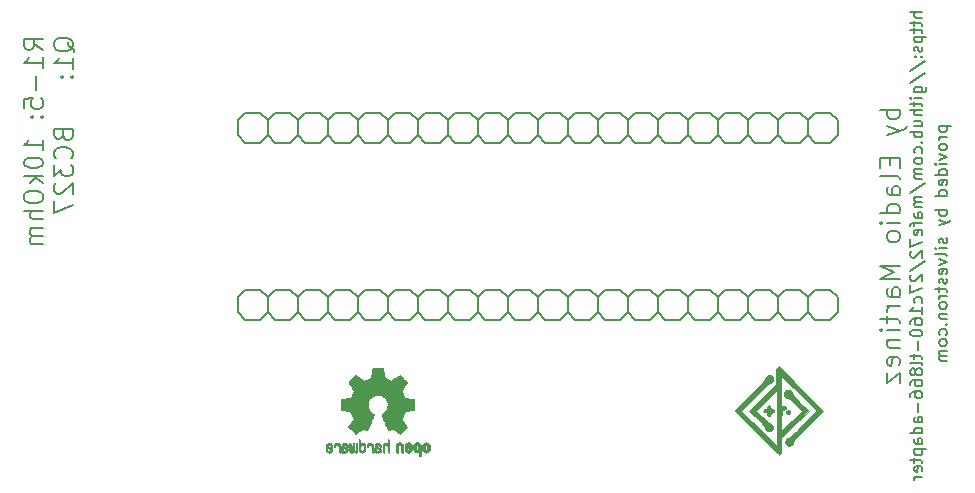
<source format=gbr>
G04 #@! TF.GenerationSoftware,KiCad,Pcbnew,(5.1.4)-1*
G04 #@! TF.CreationDate,2020-10-13T18:20:07+11:00*
G04 #@! TF.ProjectId,27C160_Adapter,32374331-3630-45f4-9164-61707465722e,rev?*
G04 #@! TF.SameCoordinates,Original*
G04 #@! TF.FileFunction,Legend,Bot*
G04 #@! TF.FilePolarity,Positive*
%FSLAX46Y46*%
G04 Gerber Fmt 4.6, Leading zero omitted, Abs format (unit mm)*
G04 Created by KiCad (PCBNEW (5.1.4)-1) date 2020-10-13 18:20:07*
%MOMM*%
%LPD*%
G04 APERTURE LIST*
%ADD10C,0.150000*%
%ADD11C,0.134112*%
%ADD12C,0.142240*%
%ADD13C,0.010000*%
%ADD14C,0.152400*%
G04 APERTURE END LIST*
D10*
X188190214Y-94846428D02*
X189190214Y-94846428D01*
X188237833Y-94846428D02*
X188190214Y-94941666D01*
X188190214Y-95132142D01*
X188237833Y-95227380D01*
X188285452Y-95275000D01*
X188380690Y-95322619D01*
X188666404Y-95322619D01*
X188761642Y-95275000D01*
X188809261Y-95227380D01*
X188856880Y-95132142D01*
X188856880Y-94941666D01*
X188809261Y-94846428D01*
X188856880Y-95751190D02*
X188190214Y-95751190D01*
X188380690Y-95751190D02*
X188285452Y-95798809D01*
X188237833Y-95846428D01*
X188190214Y-95941666D01*
X188190214Y-96036904D01*
X188856880Y-96513095D02*
X188809261Y-96417857D01*
X188761642Y-96370238D01*
X188666404Y-96322619D01*
X188380690Y-96322619D01*
X188285452Y-96370238D01*
X188237833Y-96417857D01*
X188190214Y-96513095D01*
X188190214Y-96655952D01*
X188237833Y-96751190D01*
X188285452Y-96798809D01*
X188380690Y-96846428D01*
X188666404Y-96846428D01*
X188761642Y-96798809D01*
X188809261Y-96751190D01*
X188856880Y-96655952D01*
X188856880Y-96513095D01*
X188190214Y-97179761D02*
X188856880Y-97417857D01*
X188190214Y-97655952D01*
X188856880Y-98036904D02*
X188190214Y-98036904D01*
X187856880Y-98036904D02*
X187904500Y-97989285D01*
X187952119Y-98036904D01*
X187904500Y-98084523D01*
X187856880Y-98036904D01*
X187952119Y-98036904D01*
X188856880Y-98941666D02*
X187856880Y-98941666D01*
X188809261Y-98941666D02*
X188856880Y-98846428D01*
X188856880Y-98655952D01*
X188809261Y-98560714D01*
X188761642Y-98513095D01*
X188666404Y-98465476D01*
X188380690Y-98465476D01*
X188285452Y-98513095D01*
X188237833Y-98560714D01*
X188190214Y-98655952D01*
X188190214Y-98846428D01*
X188237833Y-98941666D01*
X188809261Y-99798809D02*
X188856880Y-99703571D01*
X188856880Y-99513095D01*
X188809261Y-99417857D01*
X188714023Y-99370238D01*
X188333071Y-99370238D01*
X188237833Y-99417857D01*
X188190214Y-99513095D01*
X188190214Y-99703571D01*
X188237833Y-99798809D01*
X188333071Y-99846428D01*
X188428309Y-99846428D01*
X188523547Y-99370238D01*
X188856880Y-100703571D02*
X187856880Y-100703571D01*
X188809261Y-100703571D02*
X188856880Y-100608333D01*
X188856880Y-100417857D01*
X188809261Y-100322619D01*
X188761642Y-100275000D01*
X188666404Y-100227380D01*
X188380690Y-100227380D01*
X188285452Y-100275000D01*
X188237833Y-100322619D01*
X188190214Y-100417857D01*
X188190214Y-100608333D01*
X188237833Y-100703571D01*
X188856880Y-101941666D02*
X187856880Y-101941666D01*
X188237833Y-101941666D02*
X188190214Y-102036904D01*
X188190214Y-102227380D01*
X188237833Y-102322619D01*
X188285452Y-102370238D01*
X188380690Y-102417857D01*
X188666404Y-102417857D01*
X188761642Y-102370238D01*
X188809261Y-102322619D01*
X188856880Y-102227380D01*
X188856880Y-102036904D01*
X188809261Y-101941666D01*
X188190214Y-102751190D02*
X188856880Y-102989285D01*
X188190214Y-103227380D02*
X188856880Y-102989285D01*
X189094976Y-102894047D01*
X189142595Y-102846428D01*
X189190214Y-102751190D01*
X188809261Y-104322619D02*
X188856880Y-104417857D01*
X188856880Y-104608333D01*
X188809261Y-104703571D01*
X188714023Y-104751190D01*
X188666404Y-104751190D01*
X188571166Y-104703571D01*
X188523547Y-104608333D01*
X188523547Y-104465476D01*
X188475928Y-104370238D01*
X188380690Y-104322619D01*
X188333071Y-104322619D01*
X188237833Y-104370238D01*
X188190214Y-104465476D01*
X188190214Y-104608333D01*
X188237833Y-104703571D01*
X188856880Y-105179761D02*
X188190214Y-105179761D01*
X187856880Y-105179761D02*
X187904500Y-105132142D01*
X187952119Y-105179761D01*
X187904500Y-105227380D01*
X187856880Y-105179761D01*
X187952119Y-105179761D01*
X188856880Y-105798809D02*
X188809261Y-105703571D01*
X188714023Y-105655952D01*
X187856880Y-105655952D01*
X188190214Y-106084523D02*
X188856880Y-106322619D01*
X188190214Y-106560714D01*
X188809261Y-107322619D02*
X188856880Y-107227380D01*
X188856880Y-107036904D01*
X188809261Y-106941666D01*
X188714023Y-106894047D01*
X188333071Y-106894047D01*
X188237833Y-106941666D01*
X188190214Y-107036904D01*
X188190214Y-107227380D01*
X188237833Y-107322619D01*
X188333071Y-107370238D01*
X188428309Y-107370238D01*
X188523547Y-106894047D01*
X188809261Y-107751190D02*
X188856880Y-107846428D01*
X188856880Y-108036904D01*
X188809261Y-108132142D01*
X188714023Y-108179761D01*
X188666404Y-108179761D01*
X188571166Y-108132142D01*
X188523547Y-108036904D01*
X188523547Y-107894047D01*
X188475928Y-107798809D01*
X188380690Y-107751190D01*
X188333071Y-107751190D01*
X188237833Y-107798809D01*
X188190214Y-107894047D01*
X188190214Y-108036904D01*
X188237833Y-108132142D01*
X188190214Y-108465476D02*
X188190214Y-108846428D01*
X187856880Y-108608333D02*
X188714023Y-108608333D01*
X188809261Y-108655952D01*
X188856880Y-108751190D01*
X188856880Y-108846428D01*
X188856880Y-109179761D02*
X188190214Y-109179761D01*
X188380690Y-109179761D02*
X188285452Y-109227380D01*
X188237833Y-109274999D01*
X188190214Y-109370238D01*
X188190214Y-109465476D01*
X188856880Y-109941666D02*
X188809261Y-109846428D01*
X188761642Y-109798809D01*
X188666404Y-109751190D01*
X188380690Y-109751190D01*
X188285452Y-109798809D01*
X188237833Y-109846428D01*
X188190214Y-109941666D01*
X188190214Y-110084523D01*
X188237833Y-110179761D01*
X188285452Y-110227380D01*
X188380690Y-110275000D01*
X188666404Y-110275000D01*
X188761642Y-110227380D01*
X188809261Y-110179761D01*
X188856880Y-110084523D01*
X188856880Y-109941666D01*
X188190214Y-110703571D02*
X188856880Y-110703571D01*
X188285452Y-110703571D02*
X188237833Y-110751190D01*
X188190214Y-110846428D01*
X188190214Y-110989285D01*
X188237833Y-111084523D01*
X188333071Y-111132142D01*
X188856880Y-111132142D01*
X188761642Y-111608333D02*
X188809261Y-111655952D01*
X188856880Y-111608333D01*
X188809261Y-111560714D01*
X188761642Y-111608333D01*
X188856880Y-111608333D01*
X188809261Y-112513095D02*
X188856880Y-112417857D01*
X188856880Y-112227380D01*
X188809261Y-112132142D01*
X188761642Y-112084523D01*
X188666404Y-112036904D01*
X188380690Y-112036904D01*
X188285452Y-112084523D01*
X188237833Y-112132142D01*
X188190214Y-112227380D01*
X188190214Y-112417857D01*
X188237833Y-112513095D01*
X188856880Y-113084523D02*
X188809261Y-112989285D01*
X188761642Y-112941666D01*
X188666404Y-112894047D01*
X188380690Y-112894047D01*
X188285452Y-112941666D01*
X188237833Y-112989285D01*
X188190214Y-113084523D01*
X188190214Y-113227380D01*
X188237833Y-113322619D01*
X188285452Y-113370238D01*
X188380690Y-113417857D01*
X188666404Y-113417857D01*
X188761642Y-113370238D01*
X188809261Y-113322619D01*
X188856880Y-113227380D01*
X188856880Y-113084523D01*
X188856880Y-113846428D02*
X188190214Y-113846428D01*
X188285452Y-113846428D02*
X188237833Y-113894047D01*
X188190214Y-113989285D01*
X188190214Y-114132142D01*
X188237833Y-114227380D01*
X188333071Y-114274999D01*
X188856880Y-114274999D01*
X188333071Y-114274999D02*
X188237833Y-114322619D01*
X188190214Y-114417857D01*
X188190214Y-114560714D01*
X188237833Y-114655952D01*
X188333071Y-114703571D01*
X188856880Y-114703571D01*
D11*
X112305700Y-88385809D02*
X111547329Y-87854949D01*
X112305700Y-87475763D02*
X110713120Y-87475763D01*
X110713120Y-88082460D01*
X110788958Y-88234134D01*
X110864795Y-88309972D01*
X111016469Y-88385809D01*
X111243980Y-88385809D01*
X111395655Y-88309972D01*
X111471492Y-88234134D01*
X111547329Y-88082460D01*
X111547329Y-87475763D01*
X112305700Y-89902552D02*
X112305700Y-88992506D01*
X112305700Y-89447529D02*
X110713120Y-89447529D01*
X110940632Y-89295854D01*
X111092306Y-89144180D01*
X111168143Y-88992506D01*
X111699003Y-90585086D02*
X111699003Y-91798480D01*
X110713120Y-93315223D02*
X110713120Y-92556852D01*
X111471492Y-92481014D01*
X111395655Y-92556852D01*
X111319818Y-92708526D01*
X111319818Y-93087712D01*
X111395655Y-93239386D01*
X111471492Y-93315223D01*
X111623166Y-93391060D01*
X112002352Y-93391060D01*
X112154026Y-93315223D01*
X112229863Y-93239386D01*
X112305700Y-93087712D01*
X112305700Y-92708526D01*
X112229863Y-92556852D01*
X112154026Y-92481014D01*
X112154026Y-94073594D02*
X112229863Y-94149432D01*
X112305700Y-94073594D01*
X112229863Y-93997757D01*
X112154026Y-94073594D01*
X112305700Y-94073594D01*
X111319818Y-94073594D02*
X111395655Y-94149432D01*
X111471492Y-94073594D01*
X111395655Y-93997757D01*
X111319818Y-94073594D01*
X111471492Y-94073594D01*
X112305700Y-96879569D02*
X112305700Y-95969523D01*
X112305700Y-96424546D02*
X110713120Y-96424546D01*
X110940632Y-96272872D01*
X111092306Y-96121197D01*
X111168143Y-95969523D01*
X110713120Y-97865452D02*
X110713120Y-98017126D01*
X110788958Y-98168800D01*
X110864795Y-98244637D01*
X111016469Y-98320474D01*
X111319818Y-98396312D01*
X111699003Y-98396312D01*
X112002352Y-98320474D01*
X112154026Y-98244637D01*
X112229863Y-98168800D01*
X112305700Y-98017126D01*
X112305700Y-97865452D01*
X112229863Y-97713777D01*
X112154026Y-97637940D01*
X112002352Y-97562103D01*
X111699003Y-97486266D01*
X111319818Y-97486266D01*
X111016469Y-97562103D01*
X110864795Y-97637940D01*
X110788958Y-97713777D01*
X110713120Y-97865452D01*
X112305700Y-99078846D02*
X110713120Y-99078846D01*
X111699003Y-99230520D02*
X112305700Y-99685543D01*
X111243980Y-99685543D02*
X111850678Y-99078846D01*
X110713120Y-100671426D02*
X110713120Y-100974774D01*
X110788958Y-101126449D01*
X110940632Y-101278123D01*
X111243980Y-101353960D01*
X111774840Y-101353960D01*
X112078189Y-101278123D01*
X112229863Y-101126449D01*
X112305700Y-100974774D01*
X112305700Y-100671426D01*
X112229863Y-100519752D01*
X112078189Y-100368077D01*
X111774840Y-100292240D01*
X111243980Y-100292240D01*
X110940632Y-100368077D01*
X110788958Y-100519752D01*
X110713120Y-100671426D01*
X112305700Y-102036494D02*
X110713120Y-102036494D01*
X112305700Y-102719029D02*
X111471492Y-102719029D01*
X111319818Y-102643192D01*
X111243980Y-102491517D01*
X111243980Y-102264006D01*
X111319818Y-102112332D01*
X111395655Y-102036494D01*
X112305700Y-103477400D02*
X111243980Y-103477400D01*
X111395655Y-103477400D02*
X111319818Y-103553237D01*
X111243980Y-103704912D01*
X111243980Y-103932423D01*
X111319818Y-104084097D01*
X111471492Y-104159934D01*
X112305700Y-104159934D01*
X111471492Y-104159934D02*
X111319818Y-104235772D01*
X111243980Y-104387446D01*
X111243980Y-104614957D01*
X111319818Y-104766632D01*
X111471492Y-104842469D01*
X112305700Y-104842469D01*
X114980357Y-88537483D02*
X114904520Y-88385809D01*
X114752845Y-88234134D01*
X114525334Y-88006623D01*
X114449497Y-87854949D01*
X114449497Y-87703274D01*
X114828682Y-87779112D02*
X114752845Y-87627437D01*
X114601171Y-87475763D01*
X114297822Y-87399926D01*
X113766962Y-87399926D01*
X113463614Y-87475763D01*
X113311940Y-87627437D01*
X113236102Y-87779112D01*
X113236102Y-88082460D01*
X113311940Y-88234134D01*
X113463614Y-88385809D01*
X113766962Y-88461646D01*
X114297822Y-88461646D01*
X114601171Y-88385809D01*
X114752845Y-88234134D01*
X114828682Y-88082460D01*
X114828682Y-87779112D01*
X114828682Y-89978389D02*
X114828682Y-89068343D01*
X114828682Y-89523366D02*
X113236102Y-89523366D01*
X113463614Y-89371692D01*
X113615288Y-89220017D01*
X113691125Y-89068343D01*
X114677008Y-90660923D02*
X114752845Y-90736760D01*
X114828682Y-90660923D01*
X114752845Y-90585086D01*
X114677008Y-90660923D01*
X114828682Y-90660923D01*
X113842800Y-90660923D02*
X113918637Y-90736760D01*
X113994474Y-90660923D01*
X113918637Y-90585086D01*
X113842800Y-90660923D01*
X113994474Y-90660923D01*
X113994474Y-95590337D02*
X114070311Y-95817849D01*
X114146148Y-95893686D01*
X114297822Y-95969523D01*
X114525334Y-95969523D01*
X114677008Y-95893686D01*
X114752845Y-95817849D01*
X114828682Y-95666174D01*
X114828682Y-95059477D01*
X113236102Y-95059477D01*
X113236102Y-95590337D01*
X113311940Y-95742012D01*
X113387777Y-95817849D01*
X113539451Y-95893686D01*
X113691125Y-95893686D01*
X113842800Y-95817849D01*
X113918637Y-95742012D01*
X113994474Y-95590337D01*
X113994474Y-95059477D01*
X114677008Y-97562103D02*
X114752845Y-97486266D01*
X114828682Y-97258754D01*
X114828682Y-97107080D01*
X114752845Y-96879569D01*
X114601171Y-96727894D01*
X114449497Y-96652057D01*
X114146148Y-96576220D01*
X113918637Y-96576220D01*
X113615288Y-96652057D01*
X113463614Y-96727894D01*
X113311940Y-96879569D01*
X113236102Y-97107080D01*
X113236102Y-97258754D01*
X113311940Y-97486266D01*
X113387777Y-97562103D01*
X113236102Y-98092963D02*
X113236102Y-99078846D01*
X113842800Y-98547986D01*
X113842800Y-98775497D01*
X113918637Y-98927172D01*
X113994474Y-99003009D01*
X114146148Y-99078846D01*
X114525334Y-99078846D01*
X114677008Y-99003009D01*
X114752845Y-98927172D01*
X114828682Y-98775497D01*
X114828682Y-98320474D01*
X114752845Y-98168800D01*
X114677008Y-98092963D01*
X113387777Y-99685543D02*
X113311940Y-99761380D01*
X113236102Y-99913054D01*
X113236102Y-100292240D01*
X113311940Y-100443914D01*
X113387777Y-100519752D01*
X113539451Y-100595589D01*
X113691125Y-100595589D01*
X113918637Y-100519752D01*
X114828682Y-99609706D01*
X114828682Y-100595589D01*
X113236102Y-101126449D02*
X113236102Y-102188169D01*
X114828682Y-101505634D01*
D12*
X186753380Y-85206068D02*
X185753380Y-85206068D01*
X186753380Y-85634639D02*
X186229571Y-85634639D01*
X186134333Y-85587020D01*
X186086714Y-85491782D01*
X186086714Y-85348925D01*
X186134333Y-85253687D01*
X186181952Y-85206068D01*
X186086714Y-85967973D02*
X186086714Y-86348925D01*
X185753380Y-86110830D02*
X186610523Y-86110830D01*
X186705761Y-86158449D01*
X186753380Y-86253687D01*
X186753380Y-86348925D01*
X186086714Y-86539401D02*
X186086714Y-86920354D01*
X185753380Y-86682258D02*
X186610523Y-86682258D01*
X186705761Y-86729877D01*
X186753380Y-86825115D01*
X186753380Y-86920354D01*
X186086714Y-87253687D02*
X187086714Y-87253687D01*
X186134333Y-87253687D02*
X186086714Y-87348925D01*
X186086714Y-87539401D01*
X186134333Y-87634639D01*
X186181952Y-87682258D01*
X186277190Y-87729877D01*
X186562904Y-87729877D01*
X186658142Y-87682258D01*
X186705761Y-87634639D01*
X186753380Y-87539401D01*
X186753380Y-87348925D01*
X186705761Y-87253687D01*
X186705761Y-88110830D02*
X186753380Y-88206068D01*
X186753380Y-88396544D01*
X186705761Y-88491782D01*
X186610523Y-88539401D01*
X186562904Y-88539401D01*
X186467666Y-88491782D01*
X186420047Y-88396544D01*
X186420047Y-88253687D01*
X186372428Y-88158449D01*
X186277190Y-88110830D01*
X186229571Y-88110830D01*
X186134333Y-88158449D01*
X186086714Y-88253687D01*
X186086714Y-88396544D01*
X186134333Y-88491782D01*
X186658142Y-88967973D02*
X186705761Y-89015592D01*
X186753380Y-88967973D01*
X186705761Y-88920354D01*
X186658142Y-88967973D01*
X186753380Y-88967973D01*
X186134333Y-88967973D02*
X186181952Y-89015592D01*
X186229571Y-88967973D01*
X186181952Y-88920354D01*
X186134333Y-88967973D01*
X186229571Y-88967973D01*
X185705761Y-90158449D02*
X186991476Y-89301306D01*
X185705761Y-91206068D02*
X186991476Y-90348925D01*
X186086714Y-91967973D02*
X186896238Y-91967973D01*
X186991476Y-91920354D01*
X187039095Y-91872734D01*
X187086714Y-91777496D01*
X187086714Y-91634639D01*
X187039095Y-91539401D01*
X186705761Y-91967973D02*
X186753380Y-91872734D01*
X186753380Y-91682258D01*
X186705761Y-91587020D01*
X186658142Y-91539401D01*
X186562904Y-91491782D01*
X186277190Y-91491782D01*
X186181952Y-91539401D01*
X186134333Y-91587020D01*
X186086714Y-91682258D01*
X186086714Y-91872734D01*
X186134333Y-91967973D01*
X186753380Y-92444163D02*
X186086714Y-92444163D01*
X185753380Y-92444163D02*
X185801000Y-92396544D01*
X185848619Y-92444163D01*
X185801000Y-92491782D01*
X185753380Y-92444163D01*
X185848619Y-92444163D01*
X186086714Y-92777496D02*
X186086714Y-93158449D01*
X185753380Y-92920354D02*
X186610523Y-92920354D01*
X186705761Y-92967973D01*
X186753380Y-93063211D01*
X186753380Y-93158449D01*
X186753380Y-93491782D02*
X185753380Y-93491782D01*
X186753380Y-93920354D02*
X186229571Y-93920354D01*
X186134333Y-93872734D01*
X186086714Y-93777496D01*
X186086714Y-93634639D01*
X186134333Y-93539401D01*
X186181952Y-93491782D01*
X186086714Y-94825115D02*
X186753380Y-94825115D01*
X186086714Y-94396544D02*
X186610523Y-94396544D01*
X186705761Y-94444163D01*
X186753380Y-94539401D01*
X186753380Y-94682258D01*
X186705761Y-94777496D01*
X186658142Y-94825115D01*
X186753380Y-95301306D02*
X185753380Y-95301306D01*
X186134333Y-95301306D02*
X186086714Y-95396544D01*
X186086714Y-95587020D01*
X186134333Y-95682258D01*
X186181952Y-95729877D01*
X186277190Y-95777496D01*
X186562904Y-95777496D01*
X186658142Y-95729877D01*
X186705761Y-95682258D01*
X186753380Y-95587020D01*
X186753380Y-95396544D01*
X186705761Y-95301306D01*
X186658142Y-96206068D02*
X186705761Y-96253687D01*
X186753380Y-96206068D01*
X186705761Y-96158449D01*
X186658142Y-96206068D01*
X186753380Y-96206068D01*
X186705761Y-97110830D02*
X186753380Y-97015592D01*
X186753380Y-96825115D01*
X186705761Y-96729877D01*
X186658142Y-96682258D01*
X186562904Y-96634639D01*
X186277190Y-96634639D01*
X186181952Y-96682258D01*
X186134333Y-96729877D01*
X186086714Y-96825115D01*
X186086714Y-97015592D01*
X186134333Y-97110830D01*
X186753380Y-97682258D02*
X186705761Y-97587020D01*
X186658142Y-97539401D01*
X186562904Y-97491782D01*
X186277190Y-97491782D01*
X186181952Y-97539401D01*
X186134333Y-97587020D01*
X186086714Y-97682258D01*
X186086714Y-97825115D01*
X186134333Y-97920354D01*
X186181952Y-97967973D01*
X186277190Y-98015592D01*
X186562904Y-98015592D01*
X186658142Y-97967973D01*
X186705761Y-97920354D01*
X186753380Y-97825115D01*
X186753380Y-97682258D01*
X186753380Y-98444163D02*
X186086714Y-98444163D01*
X186181952Y-98444163D02*
X186134333Y-98491782D01*
X186086714Y-98587020D01*
X186086714Y-98729877D01*
X186134333Y-98825115D01*
X186229571Y-98872734D01*
X186753380Y-98872734D01*
X186229571Y-98872734D02*
X186134333Y-98920354D01*
X186086714Y-99015592D01*
X186086714Y-99158449D01*
X186134333Y-99253687D01*
X186229571Y-99301306D01*
X186753380Y-99301306D01*
X185705761Y-100491782D02*
X186991476Y-99634639D01*
X186753380Y-100825115D02*
X186086714Y-100825115D01*
X186181952Y-100825115D02*
X186134333Y-100872734D01*
X186086714Y-100967973D01*
X186086714Y-101110830D01*
X186134333Y-101206068D01*
X186229571Y-101253687D01*
X186753380Y-101253687D01*
X186229571Y-101253687D02*
X186134333Y-101301306D01*
X186086714Y-101396544D01*
X186086714Y-101539401D01*
X186134333Y-101634639D01*
X186229571Y-101682258D01*
X186753380Y-101682258D01*
X186753380Y-102587020D02*
X186229571Y-102587020D01*
X186134333Y-102539401D01*
X186086714Y-102444163D01*
X186086714Y-102253687D01*
X186134333Y-102158449D01*
X186705761Y-102587020D02*
X186753380Y-102491782D01*
X186753380Y-102253687D01*
X186705761Y-102158449D01*
X186610523Y-102110830D01*
X186515285Y-102110830D01*
X186420047Y-102158449D01*
X186372428Y-102253687D01*
X186372428Y-102491782D01*
X186324809Y-102587020D01*
X186086714Y-102920354D02*
X186086714Y-103301306D01*
X186753380Y-103063211D02*
X185896238Y-103063211D01*
X185801000Y-103110830D01*
X185753380Y-103206068D01*
X185753380Y-103301306D01*
X186705761Y-104015592D02*
X186753380Y-103920353D01*
X186753380Y-103729877D01*
X186705761Y-103634639D01*
X186610523Y-103587020D01*
X186229571Y-103587020D01*
X186134333Y-103634639D01*
X186086714Y-103729877D01*
X186086714Y-103920353D01*
X186134333Y-104015592D01*
X186229571Y-104063211D01*
X186324809Y-104063211D01*
X186420047Y-103587020D01*
X185753380Y-104396544D02*
X185753380Y-105063211D01*
X186753380Y-104634639D01*
X185848619Y-105396544D02*
X185801000Y-105444163D01*
X185753380Y-105539401D01*
X185753380Y-105777496D01*
X185801000Y-105872734D01*
X185848619Y-105920353D01*
X185943857Y-105967973D01*
X186039095Y-105967973D01*
X186181952Y-105920353D01*
X186753380Y-105348925D01*
X186753380Y-105967973D01*
X185705761Y-107110830D02*
X186991476Y-106253687D01*
X185848619Y-107396544D02*
X185801000Y-107444163D01*
X185753380Y-107539401D01*
X185753380Y-107777496D01*
X185801000Y-107872734D01*
X185848619Y-107920353D01*
X185943857Y-107967973D01*
X186039095Y-107967973D01*
X186181952Y-107920353D01*
X186753380Y-107348925D01*
X186753380Y-107967973D01*
X185753380Y-108301306D02*
X185753380Y-108967973D01*
X186753380Y-108539401D01*
X186705761Y-109777496D02*
X186753380Y-109682258D01*
X186753380Y-109491782D01*
X186705761Y-109396544D01*
X186658142Y-109348925D01*
X186562904Y-109301306D01*
X186277190Y-109301306D01*
X186181952Y-109348925D01*
X186134333Y-109396544D01*
X186086714Y-109491782D01*
X186086714Y-109682258D01*
X186134333Y-109777496D01*
X186753380Y-110729877D02*
X186753380Y-110158449D01*
X186753380Y-110444163D02*
X185753380Y-110444163D01*
X185896238Y-110348925D01*
X185991476Y-110253687D01*
X186039095Y-110158449D01*
X185753380Y-111587020D02*
X185753380Y-111396544D01*
X185801000Y-111301306D01*
X185848619Y-111253687D01*
X185991476Y-111158449D01*
X186181952Y-111110830D01*
X186562904Y-111110830D01*
X186658142Y-111158449D01*
X186705761Y-111206068D01*
X186753380Y-111301306D01*
X186753380Y-111491782D01*
X186705761Y-111587020D01*
X186658142Y-111634639D01*
X186562904Y-111682258D01*
X186324809Y-111682258D01*
X186229571Y-111634639D01*
X186181952Y-111587020D01*
X186134333Y-111491782D01*
X186134333Y-111301306D01*
X186181952Y-111206068D01*
X186229571Y-111158449D01*
X186324809Y-111110830D01*
X185753380Y-112301306D02*
X185753380Y-112396544D01*
X185801000Y-112491782D01*
X185848619Y-112539401D01*
X185943857Y-112587020D01*
X186134333Y-112634639D01*
X186372428Y-112634639D01*
X186562904Y-112587020D01*
X186658142Y-112539401D01*
X186705761Y-112491782D01*
X186753380Y-112396544D01*
X186753380Y-112301306D01*
X186705761Y-112206068D01*
X186658142Y-112158449D01*
X186562904Y-112110830D01*
X186372428Y-112063211D01*
X186134333Y-112063211D01*
X185943857Y-112110830D01*
X185848619Y-112158449D01*
X185801000Y-112206068D01*
X185753380Y-112301306D01*
X186372428Y-113063211D02*
X186372428Y-113825115D01*
X186086714Y-114158449D02*
X186086714Y-114539401D01*
X185753380Y-114301306D02*
X186610523Y-114301306D01*
X186705761Y-114348925D01*
X186753380Y-114444163D01*
X186753380Y-114539401D01*
X186753380Y-115015592D02*
X186705761Y-114920353D01*
X186610523Y-114872734D01*
X185753380Y-114872734D01*
X186181952Y-115539401D02*
X186134333Y-115444163D01*
X186086714Y-115396544D01*
X185991476Y-115348925D01*
X185943857Y-115348925D01*
X185848619Y-115396544D01*
X185801000Y-115444163D01*
X185753380Y-115539401D01*
X185753380Y-115729877D01*
X185801000Y-115825115D01*
X185848619Y-115872734D01*
X185943857Y-115920353D01*
X185991476Y-115920353D01*
X186086714Y-115872734D01*
X186134333Y-115825115D01*
X186181952Y-115729877D01*
X186181952Y-115539401D01*
X186229571Y-115444163D01*
X186277190Y-115396544D01*
X186372428Y-115348925D01*
X186562904Y-115348925D01*
X186658142Y-115396544D01*
X186705761Y-115444163D01*
X186753380Y-115539401D01*
X186753380Y-115729877D01*
X186705761Y-115825115D01*
X186658142Y-115872734D01*
X186562904Y-115920353D01*
X186372428Y-115920353D01*
X186277190Y-115872734D01*
X186229571Y-115825115D01*
X186181952Y-115729877D01*
X185753380Y-116777496D02*
X185753380Y-116587020D01*
X185801000Y-116491782D01*
X185848619Y-116444163D01*
X185991476Y-116348925D01*
X186181952Y-116301306D01*
X186562904Y-116301306D01*
X186658142Y-116348925D01*
X186705761Y-116396544D01*
X186753380Y-116491782D01*
X186753380Y-116682258D01*
X186705761Y-116777496D01*
X186658142Y-116825115D01*
X186562904Y-116872734D01*
X186324809Y-116872734D01*
X186229571Y-116825115D01*
X186181952Y-116777496D01*
X186134333Y-116682258D01*
X186134333Y-116491782D01*
X186181952Y-116396544D01*
X186229571Y-116348925D01*
X186324809Y-116301306D01*
X185753380Y-117729877D02*
X185753380Y-117539401D01*
X185801000Y-117444163D01*
X185848619Y-117396544D01*
X185991476Y-117301306D01*
X186181952Y-117253687D01*
X186562904Y-117253687D01*
X186658142Y-117301306D01*
X186705761Y-117348925D01*
X186753380Y-117444163D01*
X186753380Y-117634639D01*
X186705761Y-117729877D01*
X186658142Y-117777496D01*
X186562904Y-117825115D01*
X186324809Y-117825115D01*
X186229571Y-117777496D01*
X186181952Y-117729877D01*
X186134333Y-117634639D01*
X186134333Y-117444163D01*
X186181952Y-117348925D01*
X186229571Y-117301306D01*
X186324809Y-117253687D01*
X186372428Y-118253687D02*
X186372428Y-119015592D01*
X186753380Y-119920353D02*
X186229571Y-119920353D01*
X186134333Y-119872734D01*
X186086714Y-119777496D01*
X186086714Y-119587020D01*
X186134333Y-119491782D01*
X186705761Y-119920353D02*
X186753380Y-119825115D01*
X186753380Y-119587020D01*
X186705761Y-119491782D01*
X186610523Y-119444163D01*
X186515285Y-119444163D01*
X186420047Y-119491782D01*
X186372428Y-119587020D01*
X186372428Y-119825115D01*
X186324809Y-119920353D01*
X186753380Y-120825115D02*
X185753380Y-120825115D01*
X186705761Y-120825115D02*
X186753380Y-120729877D01*
X186753380Y-120539401D01*
X186705761Y-120444163D01*
X186658142Y-120396544D01*
X186562904Y-120348925D01*
X186277190Y-120348925D01*
X186181952Y-120396544D01*
X186134333Y-120444163D01*
X186086714Y-120539401D01*
X186086714Y-120729877D01*
X186134333Y-120825115D01*
X186753380Y-121729877D02*
X186229571Y-121729877D01*
X186134333Y-121682258D01*
X186086714Y-121587020D01*
X186086714Y-121396544D01*
X186134333Y-121301306D01*
X186705761Y-121729877D02*
X186753380Y-121634639D01*
X186753380Y-121396544D01*
X186705761Y-121301306D01*
X186610523Y-121253687D01*
X186515285Y-121253687D01*
X186420047Y-121301306D01*
X186372428Y-121396544D01*
X186372428Y-121634639D01*
X186324809Y-121729877D01*
X186086714Y-122206068D02*
X187086714Y-122206068D01*
X186134333Y-122206068D02*
X186086714Y-122301306D01*
X186086714Y-122491782D01*
X186134333Y-122587020D01*
X186181952Y-122634639D01*
X186277190Y-122682258D01*
X186562904Y-122682258D01*
X186658142Y-122634639D01*
X186705761Y-122587020D01*
X186753380Y-122491782D01*
X186753380Y-122301306D01*
X186705761Y-122206068D01*
X186086714Y-122967973D02*
X186086714Y-123348925D01*
X185753380Y-123110830D02*
X186610523Y-123110830D01*
X186705761Y-123158449D01*
X186753380Y-123253687D01*
X186753380Y-123348925D01*
X186705761Y-124063211D02*
X186753380Y-123967973D01*
X186753380Y-123777496D01*
X186705761Y-123682258D01*
X186610523Y-123634639D01*
X186229571Y-123634639D01*
X186134333Y-123682258D01*
X186086714Y-123777496D01*
X186086714Y-123967973D01*
X186134333Y-124063211D01*
X186229571Y-124110830D01*
X186324809Y-124110830D01*
X186420047Y-123634639D01*
X186753380Y-124539401D02*
X186086714Y-124539401D01*
X186277190Y-124539401D02*
X186181952Y-124587020D01*
X186134333Y-124634639D01*
X186086714Y-124729877D01*
X186086714Y-124825115D01*
X184879826Y-93442197D02*
X183190726Y-93442197D01*
X183834193Y-93442197D02*
X183753760Y-93603063D01*
X183753760Y-93924797D01*
X183834193Y-94085663D01*
X183914626Y-94166097D01*
X184075493Y-94246530D01*
X184558093Y-94246530D01*
X184718960Y-94166097D01*
X184799393Y-94085663D01*
X184879826Y-93924797D01*
X184879826Y-93603063D01*
X184799393Y-93442197D01*
X183753760Y-94809563D02*
X184879826Y-95211730D01*
X183753760Y-95613897D02*
X184879826Y-95211730D01*
X185281993Y-95050863D01*
X185362426Y-94970430D01*
X185442860Y-94809563D01*
X183995060Y-97544297D02*
X183995060Y-98107330D01*
X184879826Y-98348630D02*
X184879826Y-97544297D01*
X183190726Y-97544297D01*
X183190726Y-98348630D01*
X184879826Y-99313830D02*
X184799393Y-99152963D01*
X184638526Y-99072530D01*
X183190726Y-99072530D01*
X184879826Y-100681197D02*
X183995060Y-100681197D01*
X183834193Y-100600763D01*
X183753760Y-100439897D01*
X183753760Y-100118163D01*
X183834193Y-99957297D01*
X184799393Y-100681197D02*
X184879826Y-100520330D01*
X184879826Y-100118163D01*
X184799393Y-99957297D01*
X184638526Y-99876863D01*
X184477660Y-99876863D01*
X184316793Y-99957297D01*
X184236360Y-100118163D01*
X184236360Y-100520330D01*
X184155926Y-100681197D01*
X184879826Y-102209430D02*
X183190726Y-102209430D01*
X184799393Y-102209430D02*
X184879826Y-102048563D01*
X184879826Y-101726830D01*
X184799393Y-101565963D01*
X184718960Y-101485530D01*
X184558093Y-101405097D01*
X184075493Y-101405097D01*
X183914626Y-101485530D01*
X183834193Y-101565963D01*
X183753760Y-101726830D01*
X183753760Y-102048563D01*
X183834193Y-102209430D01*
X184879826Y-103013763D02*
X183753760Y-103013763D01*
X183190726Y-103013763D02*
X183271160Y-102933330D01*
X183351593Y-103013763D01*
X183271160Y-103094197D01*
X183190726Y-103013763D01*
X183351593Y-103013763D01*
X184879826Y-104059397D02*
X184799393Y-103898530D01*
X184718960Y-103818097D01*
X184558093Y-103737663D01*
X184075493Y-103737663D01*
X183914626Y-103818097D01*
X183834193Y-103898530D01*
X183753760Y-104059397D01*
X183753760Y-104300697D01*
X183834193Y-104461563D01*
X183914626Y-104541997D01*
X184075493Y-104622430D01*
X184558093Y-104622430D01*
X184718960Y-104541997D01*
X184799393Y-104461563D01*
X184879826Y-104300697D01*
X184879826Y-104059397D01*
X184879826Y-106633263D02*
X183190726Y-106633263D01*
X184397226Y-107196297D01*
X183190726Y-107759330D01*
X184879826Y-107759330D01*
X184879826Y-109287563D02*
X183995060Y-109287563D01*
X183834193Y-109207130D01*
X183753760Y-109046263D01*
X183753760Y-108724530D01*
X183834193Y-108563663D01*
X184799393Y-109287563D02*
X184879826Y-109126697D01*
X184879826Y-108724530D01*
X184799393Y-108563663D01*
X184638526Y-108483230D01*
X184477660Y-108483230D01*
X184316793Y-108563663D01*
X184236360Y-108724530D01*
X184236360Y-109126697D01*
X184155926Y-109287563D01*
X184879826Y-110091897D02*
X183753760Y-110091897D01*
X184075493Y-110091897D02*
X183914626Y-110172330D01*
X183834193Y-110252763D01*
X183753760Y-110413630D01*
X183753760Y-110574497D01*
X183753760Y-110896230D02*
X183753760Y-111539697D01*
X183190726Y-111137530D02*
X184638526Y-111137530D01*
X184799393Y-111217963D01*
X184879826Y-111378830D01*
X184879826Y-111539697D01*
X184879826Y-112102730D02*
X183753760Y-112102730D01*
X183190726Y-112102730D02*
X183271160Y-112022297D01*
X183351593Y-112102730D01*
X183271160Y-112183163D01*
X183190726Y-112102730D01*
X183351593Y-112102730D01*
X183753760Y-112907063D02*
X184879826Y-112907063D01*
X183914626Y-112907063D02*
X183834193Y-112987497D01*
X183753760Y-113148363D01*
X183753760Y-113389663D01*
X183834193Y-113550530D01*
X183995060Y-113630963D01*
X184879826Y-113630963D01*
X184799393Y-115078763D02*
X184879826Y-114917897D01*
X184879826Y-114596163D01*
X184799393Y-114435297D01*
X184638526Y-114354863D01*
X183995060Y-114354863D01*
X183834193Y-114435297D01*
X183753760Y-114596163D01*
X183753760Y-114917897D01*
X183834193Y-115078763D01*
X183995060Y-115159197D01*
X184155926Y-115159197D01*
X184316793Y-114354863D01*
X183753760Y-115722230D02*
X183753760Y-116606997D01*
X184879826Y-115722230D01*
X184879826Y-116606997D01*
D13*
G36*
X174674988Y-122631742D02*
G01*
X174729756Y-122585857D01*
X174756201Y-122559845D01*
X174843495Y-122469781D01*
X174843495Y-121216276D01*
X175990634Y-120068898D01*
X177137774Y-118921520D01*
X176454935Y-118239091D01*
X176264511Y-118047937D01*
X176110387Y-117891163D01*
X175989445Y-117765338D01*
X175898565Y-117667028D01*
X175834627Y-117592802D01*
X175794513Y-117539228D01*
X175775103Y-117502874D01*
X175772097Y-117487752D01*
X175759132Y-117417369D01*
X175727400Y-117335875D01*
X175722191Y-117325786D01*
X175641977Y-117224356D01*
X175539933Y-117163774D01*
X175426582Y-117141584D01*
X175312449Y-117155331D01*
X175208056Y-117202558D01*
X175123928Y-117280809D01*
X175070588Y-117387628D01*
X175057154Y-117481002D01*
X175078751Y-117618530D01*
X175142522Y-117730712D01*
X175240830Y-117809446D01*
X175366040Y-117846626D01*
X175403469Y-117848489D01*
X175433281Y-117852108D01*
X175467392Y-117865750D01*
X175510659Y-117893595D01*
X175567942Y-117939820D01*
X175644099Y-118008604D01*
X175743988Y-118104127D01*
X175872467Y-118230567D01*
X176027672Y-118385373D01*
X176564052Y-118922257D01*
X175703773Y-119782210D01*
X174843495Y-120642164D01*
X174845343Y-119672757D01*
X174846410Y-119397167D01*
X174848506Y-119173958D01*
X174851704Y-119000898D01*
X174856080Y-118875753D01*
X174861705Y-118796290D01*
X174868655Y-118760274D01*
X174875438Y-118761685D01*
X174933815Y-118829588D01*
X175014123Y-118860719D01*
X175099130Y-118854379D01*
X175171605Y-118809870D01*
X175196888Y-118774732D01*
X175224155Y-118681610D01*
X175198291Y-118599121D01*
X175162648Y-118557895D01*
X175076489Y-118506534D01*
X174989258Y-118506464D01*
X174911383Y-118557187D01*
X174900101Y-118570474D01*
X174843495Y-118642436D01*
X174843495Y-115945043D01*
X176331976Y-117433336D01*
X177820457Y-118921630D01*
X176680324Y-120062006D01*
X176430132Y-120311782D01*
X176215539Y-120524918D01*
X176033971Y-120703842D01*
X175882852Y-120850985D01*
X175759610Y-120968775D01*
X175661668Y-121059643D01*
X175586452Y-121126018D01*
X175531389Y-121170329D01*
X175493902Y-121195007D01*
X175471789Y-121202484D01*
X175366672Y-121227746D01*
X175270087Y-121294598D01*
X175193914Y-121390109D01*
X175150038Y-121501346D01*
X175143925Y-121559259D01*
X175166112Y-121660714D01*
X175223646Y-121763697D01*
X175302984Y-121845370D01*
X175320755Y-121857435D01*
X175446652Y-121905503D01*
X175576689Y-121901364D01*
X175692552Y-121850218D01*
X175792896Y-121757611D01*
X175844360Y-121644702D01*
X175853630Y-121557543D01*
X175855592Y-121536613D01*
X175863133Y-121512797D01*
X175878993Y-121483150D01*
X175905912Y-121444726D01*
X175946632Y-121394578D01*
X176003893Y-121329761D01*
X176080435Y-121247328D01*
X176178999Y-121144333D01*
X176302325Y-121017830D01*
X176453155Y-120864873D01*
X176634227Y-120682516D01*
X176848284Y-120467812D01*
X177098065Y-120217817D01*
X177124015Y-120191861D01*
X178393999Y-118921662D01*
X176516327Y-117044605D01*
X174638656Y-115167547D01*
X174522581Y-115275159D01*
X174406505Y-115382771D01*
X174406505Y-116627410D01*
X173266402Y-117767755D01*
X172126299Y-118908101D01*
X172788445Y-119570661D01*
X172965665Y-119748130D01*
X173108057Y-119891468D01*
X173219431Y-120005159D01*
X173303597Y-120093683D01*
X173364365Y-120161522D01*
X173405545Y-120213158D01*
X173430948Y-120253072D01*
X173444383Y-120285745D01*
X173449660Y-120315660D01*
X173450591Y-120347298D01*
X173450591Y-120349493D01*
X173474817Y-120470772D01*
X173540185Y-120569592D01*
X173635737Y-120639894D01*
X173750510Y-120675620D01*
X173873546Y-120670709D01*
X173967406Y-120635209D01*
X174053378Y-120565169D01*
X174121360Y-120468835D01*
X174157858Y-120367177D01*
X174160699Y-120334780D01*
X174137808Y-120218102D01*
X174076799Y-120111663D01*
X173989165Y-120028125D01*
X173886399Y-119980148D01*
X173832694Y-119973452D01*
X173801898Y-119964195D01*
X173755065Y-119934214D01*
X173688337Y-119880087D01*
X173597854Y-119798391D01*
X173479757Y-119685703D01*
X173330189Y-119538601D01*
X173231992Y-119440664D01*
X172699833Y-118907979D01*
X174433817Y-117173995D01*
X174433817Y-121898771D01*
X171443324Y-118908278D01*
X172603880Y-117747480D01*
X172856395Y-117495372D01*
X173073278Y-117279915D01*
X173257080Y-117098702D01*
X173410350Y-116949322D01*
X173535640Y-116829366D01*
X173635501Y-116736425D01*
X173712482Y-116668090D01*
X173769135Y-116621950D01*
X173808010Y-116595597D01*
X173831659Y-116586621D01*
X173832836Y-116586581D01*
X173932517Y-116562645D01*
X174029475Y-116500264D01*
X174104767Y-116413152D01*
X174124051Y-116375718D01*
X174154077Y-116242658D01*
X174130171Y-116117602D01*
X174052612Y-116001864D01*
X174042012Y-115990950D01*
X173931744Y-115913398D01*
X173812692Y-115883018D01*
X173695009Y-115895746D01*
X173588848Y-115947517D01*
X173504361Y-116034266D01*
X173451700Y-116151930D01*
X173439775Y-116232053D01*
X173437637Y-116255139D01*
X173431828Y-116278933D01*
X173419598Y-116306410D01*
X173398196Y-116340549D01*
X173364870Y-116384327D01*
X173316870Y-116440721D01*
X173251445Y-116512709D01*
X173165845Y-116603267D01*
X173057317Y-116715373D01*
X172923112Y-116852004D01*
X172760478Y-117016138D01*
X172566664Y-117210751D01*
X172338921Y-117438822D01*
X172151925Y-117625887D01*
X170869808Y-118908222D01*
X172740501Y-120779066D01*
X173006202Y-121044496D01*
X173261227Y-121298694D01*
X173502903Y-121539026D01*
X173728555Y-121762857D01*
X173935510Y-121967555D01*
X174121092Y-122150486D01*
X174282627Y-122309014D01*
X174417441Y-122440507D01*
X174522860Y-122542331D01*
X174596210Y-122611852D01*
X174634816Y-122646435D01*
X174640051Y-122649909D01*
X174674988Y-122631742D01*
X174674988Y-122631742D01*
G37*
X174674988Y-122631742D02*
X174729756Y-122585857D01*
X174756201Y-122559845D01*
X174843495Y-122469781D01*
X174843495Y-121216276D01*
X175990634Y-120068898D01*
X177137774Y-118921520D01*
X176454935Y-118239091D01*
X176264511Y-118047937D01*
X176110387Y-117891163D01*
X175989445Y-117765338D01*
X175898565Y-117667028D01*
X175834627Y-117592802D01*
X175794513Y-117539228D01*
X175775103Y-117502874D01*
X175772097Y-117487752D01*
X175759132Y-117417369D01*
X175727400Y-117335875D01*
X175722191Y-117325786D01*
X175641977Y-117224356D01*
X175539933Y-117163774D01*
X175426582Y-117141584D01*
X175312449Y-117155331D01*
X175208056Y-117202558D01*
X175123928Y-117280809D01*
X175070588Y-117387628D01*
X175057154Y-117481002D01*
X175078751Y-117618530D01*
X175142522Y-117730712D01*
X175240830Y-117809446D01*
X175366040Y-117846626D01*
X175403469Y-117848489D01*
X175433281Y-117852108D01*
X175467392Y-117865750D01*
X175510659Y-117893595D01*
X175567942Y-117939820D01*
X175644099Y-118008604D01*
X175743988Y-118104127D01*
X175872467Y-118230567D01*
X176027672Y-118385373D01*
X176564052Y-118922257D01*
X175703773Y-119782210D01*
X174843495Y-120642164D01*
X174845343Y-119672757D01*
X174846410Y-119397167D01*
X174848506Y-119173958D01*
X174851704Y-119000898D01*
X174856080Y-118875753D01*
X174861705Y-118796290D01*
X174868655Y-118760274D01*
X174875438Y-118761685D01*
X174933815Y-118829588D01*
X175014123Y-118860719D01*
X175099130Y-118854379D01*
X175171605Y-118809870D01*
X175196888Y-118774732D01*
X175224155Y-118681610D01*
X175198291Y-118599121D01*
X175162648Y-118557895D01*
X175076489Y-118506534D01*
X174989258Y-118506464D01*
X174911383Y-118557187D01*
X174900101Y-118570474D01*
X174843495Y-118642436D01*
X174843495Y-115945043D01*
X176331976Y-117433336D01*
X177820457Y-118921630D01*
X176680324Y-120062006D01*
X176430132Y-120311782D01*
X176215539Y-120524918D01*
X176033971Y-120703842D01*
X175882852Y-120850985D01*
X175759610Y-120968775D01*
X175661668Y-121059643D01*
X175586452Y-121126018D01*
X175531389Y-121170329D01*
X175493902Y-121195007D01*
X175471789Y-121202484D01*
X175366672Y-121227746D01*
X175270087Y-121294598D01*
X175193914Y-121390109D01*
X175150038Y-121501346D01*
X175143925Y-121559259D01*
X175166112Y-121660714D01*
X175223646Y-121763697D01*
X175302984Y-121845370D01*
X175320755Y-121857435D01*
X175446652Y-121905503D01*
X175576689Y-121901364D01*
X175692552Y-121850218D01*
X175792896Y-121757611D01*
X175844360Y-121644702D01*
X175853630Y-121557543D01*
X175855592Y-121536613D01*
X175863133Y-121512797D01*
X175878993Y-121483150D01*
X175905912Y-121444726D01*
X175946632Y-121394578D01*
X176003893Y-121329761D01*
X176080435Y-121247328D01*
X176178999Y-121144333D01*
X176302325Y-121017830D01*
X176453155Y-120864873D01*
X176634227Y-120682516D01*
X176848284Y-120467812D01*
X177098065Y-120217817D01*
X177124015Y-120191861D01*
X178393999Y-118921662D01*
X176516327Y-117044605D01*
X174638656Y-115167547D01*
X174522581Y-115275159D01*
X174406505Y-115382771D01*
X174406505Y-116627410D01*
X173266402Y-117767755D01*
X172126299Y-118908101D01*
X172788445Y-119570661D01*
X172965665Y-119748130D01*
X173108057Y-119891468D01*
X173219431Y-120005159D01*
X173303597Y-120093683D01*
X173364365Y-120161522D01*
X173405545Y-120213158D01*
X173430948Y-120253072D01*
X173444383Y-120285745D01*
X173449660Y-120315660D01*
X173450591Y-120347298D01*
X173450591Y-120349493D01*
X173474817Y-120470772D01*
X173540185Y-120569592D01*
X173635737Y-120639894D01*
X173750510Y-120675620D01*
X173873546Y-120670709D01*
X173967406Y-120635209D01*
X174053378Y-120565169D01*
X174121360Y-120468835D01*
X174157858Y-120367177D01*
X174160699Y-120334780D01*
X174137808Y-120218102D01*
X174076799Y-120111663D01*
X173989165Y-120028125D01*
X173886399Y-119980148D01*
X173832694Y-119973452D01*
X173801898Y-119964195D01*
X173755065Y-119934214D01*
X173688337Y-119880087D01*
X173597854Y-119798391D01*
X173479757Y-119685703D01*
X173330189Y-119538601D01*
X173231992Y-119440664D01*
X172699833Y-118907979D01*
X174433817Y-117173995D01*
X174433817Y-121898771D01*
X171443324Y-118908278D01*
X172603880Y-117747480D01*
X172856395Y-117495372D01*
X173073278Y-117279915D01*
X173257080Y-117098702D01*
X173410350Y-116949322D01*
X173535640Y-116829366D01*
X173635501Y-116736425D01*
X173712482Y-116668090D01*
X173769135Y-116621950D01*
X173808010Y-116595597D01*
X173831659Y-116586621D01*
X173832836Y-116586581D01*
X173932517Y-116562645D01*
X174029475Y-116500264D01*
X174104767Y-116413152D01*
X174124051Y-116375718D01*
X174154077Y-116242658D01*
X174130171Y-116117602D01*
X174052612Y-116001864D01*
X174042012Y-115990950D01*
X173931744Y-115913398D01*
X173812692Y-115883018D01*
X173695009Y-115895746D01*
X173588848Y-115947517D01*
X173504361Y-116034266D01*
X173451700Y-116151930D01*
X173439775Y-116232053D01*
X173437637Y-116255139D01*
X173431828Y-116278933D01*
X173419598Y-116306410D01*
X173398196Y-116340549D01*
X173364870Y-116384327D01*
X173316870Y-116440721D01*
X173251445Y-116512709D01*
X173165845Y-116603267D01*
X173057317Y-116715373D01*
X172923112Y-116852004D01*
X172760478Y-117016138D01*
X172566664Y-117210751D01*
X172338921Y-117438822D01*
X172151925Y-117625887D01*
X170869808Y-118908222D01*
X172740501Y-120779066D01*
X173006202Y-121044496D01*
X173261227Y-121298694D01*
X173502903Y-121539026D01*
X173728555Y-121762857D01*
X173935510Y-121967555D01*
X174121092Y-122150486D01*
X174282627Y-122309014D01*
X174417441Y-122440507D01*
X174522860Y-122542331D01*
X174596210Y-122611852D01*
X174634816Y-122646435D01*
X174640051Y-122649909D01*
X174674988Y-122631742D01*
G36*
X173830803Y-119373642D02*
G01*
X173872396Y-119338753D01*
X173899469Y-119279332D01*
X173917576Y-119181842D01*
X173920902Y-119153995D01*
X173943967Y-119097685D01*
X173996828Y-119078069D01*
X174104491Y-119061187D01*
X174171111Y-119036558D01*
X174210227Y-118998630D01*
X174216475Y-118987970D01*
X174227738Y-118917760D01*
X174196618Y-118852859D01*
X174134369Y-118808897D01*
X174080368Y-118798941D01*
X173986126Y-118790530D01*
X173934567Y-118760471D01*
X173915686Y-118701521D01*
X173914892Y-118679193D01*
X173898583Y-118580971D01*
X173856121Y-118511639D01*
X173797208Y-118477923D01*
X173731543Y-118486552D01*
X173686975Y-118521145D01*
X173653393Y-118585230D01*
X173641774Y-118652242D01*
X173625262Y-118738815D01*
X173572518Y-118786109D01*
X173490330Y-118798941D01*
X173406489Y-118818682D01*
X173342143Y-118868817D01*
X173314190Y-118935718D01*
X173314032Y-118941134D01*
X173339754Y-119001495D01*
X173413106Y-119046430D01*
X173514407Y-119070537D01*
X173585866Y-119083132D01*
X173620048Y-119106957D01*
X173632982Y-119159293D01*
X173636537Y-119202203D01*
X173660096Y-119300495D01*
X173708792Y-119365168D01*
X173774064Y-119388666D01*
X173830803Y-119373642D01*
X173830803Y-119373642D01*
G37*
X173830803Y-119373642D02*
X173872396Y-119338753D01*
X173899469Y-119279332D01*
X173917576Y-119181842D01*
X173920902Y-119153995D01*
X173943967Y-119097685D01*
X173996828Y-119078069D01*
X174104491Y-119061187D01*
X174171111Y-119036558D01*
X174210227Y-118998630D01*
X174216475Y-118987970D01*
X174227738Y-118917760D01*
X174196618Y-118852859D01*
X174134369Y-118808897D01*
X174080368Y-118798941D01*
X173986126Y-118790530D01*
X173934567Y-118760471D01*
X173915686Y-118701521D01*
X173914892Y-118679193D01*
X173898583Y-118580971D01*
X173856121Y-118511639D01*
X173797208Y-118477923D01*
X173731543Y-118486552D01*
X173686975Y-118521145D01*
X173653393Y-118585230D01*
X173641774Y-118652242D01*
X173625262Y-118738815D01*
X173572518Y-118786109D01*
X173490330Y-118798941D01*
X173406489Y-118818682D01*
X173342143Y-118868817D01*
X173314190Y-118935718D01*
X173314032Y-118941134D01*
X173339754Y-119001495D01*
X173413106Y-119046430D01*
X173514407Y-119070537D01*
X173585866Y-119083132D01*
X173620048Y-119106957D01*
X173632982Y-119159293D01*
X173636537Y-119202203D01*
X173660096Y-119300495D01*
X173708792Y-119365168D01*
X173774064Y-119388666D01*
X173830803Y-119373642D01*
G36*
X175448871Y-119226654D02*
G01*
X175520213Y-119193414D01*
X175571320Y-119128256D01*
X175582435Y-119044808D01*
X175554278Y-118961198D01*
X175508951Y-118910171D01*
X175449923Y-118871092D01*
X175405062Y-118853628D01*
X175403387Y-118853565D01*
X175360170Y-118869313D01*
X175301274Y-118907485D01*
X175297823Y-118910171D01*
X175238726Y-118982408D01*
X175223947Y-119060361D01*
X175245528Y-119133895D01*
X175295514Y-119192878D01*
X175365947Y-119227175D01*
X175448871Y-119226654D01*
X175448871Y-119226654D01*
G37*
X175448871Y-119226654D02*
X175520213Y-119193414D01*
X175571320Y-119128256D01*
X175582435Y-119044808D01*
X175554278Y-118961198D01*
X175508951Y-118910171D01*
X175449923Y-118871092D01*
X175405062Y-118853628D01*
X175403387Y-118853565D01*
X175360170Y-118869313D01*
X175301274Y-118907485D01*
X175297823Y-118910171D01*
X175238726Y-118982408D01*
X175223947Y-119060361D01*
X175245528Y-119133895D01*
X175295514Y-119192878D01*
X175365947Y-119227175D01*
X175448871Y-119226654D01*
D14*
X175171000Y-93701000D02*
X176441000Y-93701000D01*
X176441000Y-93701000D02*
X177076000Y-94336000D01*
X177076000Y-94336000D02*
X177076000Y-95606000D01*
X177076000Y-95606000D02*
X176441000Y-96241000D01*
X171996000Y-94336000D02*
X172631000Y-93701000D01*
X172631000Y-93701000D02*
X173901000Y-93701000D01*
X173901000Y-93701000D02*
X174536000Y-94336000D01*
X174536000Y-94336000D02*
X174536000Y-95606000D01*
X174536000Y-95606000D02*
X173901000Y-96241000D01*
X173901000Y-96241000D02*
X172631000Y-96241000D01*
X172631000Y-96241000D02*
X171996000Y-95606000D01*
X175171000Y-93701000D02*
X174536000Y-94336000D01*
X174536000Y-95606000D02*
X175171000Y-96241000D01*
X176441000Y-96241000D02*
X175171000Y-96241000D01*
X167551000Y-93701000D02*
X168821000Y-93701000D01*
X168821000Y-93701000D02*
X169456000Y-94336000D01*
X169456000Y-94336000D02*
X169456000Y-95606000D01*
X169456000Y-95606000D02*
X168821000Y-96241000D01*
X169456000Y-94336000D02*
X170091000Y-93701000D01*
X170091000Y-93701000D02*
X171361000Y-93701000D01*
X171361000Y-93701000D02*
X171996000Y-94336000D01*
X171996000Y-94336000D02*
X171996000Y-95606000D01*
X171996000Y-95606000D02*
X171361000Y-96241000D01*
X171361000Y-96241000D02*
X170091000Y-96241000D01*
X170091000Y-96241000D02*
X169456000Y-95606000D01*
X164376000Y-94336000D02*
X165011000Y-93701000D01*
X165011000Y-93701000D02*
X166281000Y-93701000D01*
X166281000Y-93701000D02*
X166916000Y-94336000D01*
X166916000Y-94336000D02*
X166916000Y-95606000D01*
X166916000Y-95606000D02*
X166281000Y-96241000D01*
X166281000Y-96241000D02*
X165011000Y-96241000D01*
X165011000Y-96241000D02*
X164376000Y-95606000D01*
X167551000Y-93701000D02*
X166916000Y-94336000D01*
X166916000Y-95606000D02*
X167551000Y-96241000D01*
X168821000Y-96241000D02*
X167551000Y-96241000D01*
X159931000Y-93701000D02*
X161201000Y-93701000D01*
X161201000Y-93701000D02*
X161836000Y-94336000D01*
X161836000Y-94336000D02*
X161836000Y-95606000D01*
X161836000Y-95606000D02*
X161201000Y-96241000D01*
X161836000Y-94336000D02*
X162471000Y-93701000D01*
X162471000Y-93701000D02*
X163741000Y-93701000D01*
X163741000Y-93701000D02*
X164376000Y-94336000D01*
X164376000Y-94336000D02*
X164376000Y-95606000D01*
X164376000Y-95606000D02*
X163741000Y-96241000D01*
X163741000Y-96241000D02*
X162471000Y-96241000D01*
X162471000Y-96241000D02*
X161836000Y-95606000D01*
X156756000Y-94336000D02*
X157391000Y-93701000D01*
X157391000Y-93701000D02*
X158661000Y-93701000D01*
X158661000Y-93701000D02*
X159296000Y-94336000D01*
X159296000Y-94336000D02*
X159296000Y-95606000D01*
X159296000Y-95606000D02*
X158661000Y-96241000D01*
X158661000Y-96241000D02*
X157391000Y-96241000D01*
X157391000Y-96241000D02*
X156756000Y-95606000D01*
X159931000Y-93701000D02*
X159296000Y-94336000D01*
X159296000Y-95606000D02*
X159931000Y-96241000D01*
X161201000Y-96241000D02*
X159931000Y-96241000D01*
X152311000Y-93701000D02*
X153581000Y-93701000D01*
X153581000Y-93701000D02*
X154216000Y-94336000D01*
X154216000Y-94336000D02*
X154216000Y-95606000D01*
X154216000Y-95606000D02*
X153581000Y-96241000D01*
X154216000Y-94336000D02*
X154851000Y-93701000D01*
X154851000Y-93701000D02*
X156121000Y-93701000D01*
X156121000Y-93701000D02*
X156756000Y-94336000D01*
X156756000Y-94336000D02*
X156756000Y-95606000D01*
X156756000Y-95606000D02*
X156121000Y-96241000D01*
X156121000Y-96241000D02*
X154851000Y-96241000D01*
X154851000Y-96241000D02*
X154216000Y-95606000D01*
X149136000Y-94336000D02*
X149771000Y-93701000D01*
X149771000Y-93701000D02*
X151041000Y-93701000D01*
X151041000Y-93701000D02*
X151676000Y-94336000D01*
X151676000Y-94336000D02*
X151676000Y-95606000D01*
X151676000Y-95606000D02*
X151041000Y-96241000D01*
X151041000Y-96241000D02*
X149771000Y-96241000D01*
X149771000Y-96241000D02*
X149136000Y-95606000D01*
X152311000Y-93701000D02*
X151676000Y-94336000D01*
X151676000Y-95606000D02*
X152311000Y-96241000D01*
X153581000Y-96241000D02*
X152311000Y-96241000D01*
X144691000Y-93701000D02*
X145961000Y-93701000D01*
X145961000Y-93701000D02*
X146596000Y-94336000D01*
X146596000Y-94336000D02*
X146596000Y-95606000D01*
X146596000Y-95606000D02*
X145961000Y-96241000D01*
X146596000Y-94336000D02*
X147231000Y-93701000D01*
X147231000Y-93701000D02*
X148501000Y-93701000D01*
X148501000Y-93701000D02*
X149136000Y-94336000D01*
X149136000Y-94336000D02*
X149136000Y-95606000D01*
X149136000Y-95606000D02*
X148501000Y-96241000D01*
X148501000Y-96241000D02*
X147231000Y-96241000D01*
X147231000Y-96241000D02*
X146596000Y-95606000D01*
X141516000Y-94336000D02*
X142151000Y-93701000D01*
X142151000Y-93701000D02*
X143421000Y-93701000D01*
X143421000Y-93701000D02*
X144056000Y-94336000D01*
X144056000Y-94336000D02*
X144056000Y-95606000D01*
X144056000Y-95606000D02*
X143421000Y-96241000D01*
X143421000Y-96241000D02*
X142151000Y-96241000D01*
X142151000Y-96241000D02*
X141516000Y-95606000D01*
X144691000Y-93701000D02*
X144056000Y-94336000D01*
X144056000Y-95606000D02*
X144691000Y-96241000D01*
X145961000Y-96241000D02*
X144691000Y-96241000D01*
X137071000Y-93701000D02*
X138341000Y-93701000D01*
X138341000Y-93701000D02*
X138976000Y-94336000D01*
X138976000Y-94336000D02*
X138976000Y-95606000D01*
X138976000Y-95606000D02*
X138341000Y-96241000D01*
X138976000Y-94336000D02*
X139611000Y-93701000D01*
X139611000Y-93701000D02*
X140881000Y-93701000D01*
X140881000Y-93701000D02*
X141516000Y-94336000D01*
X141516000Y-94336000D02*
X141516000Y-95606000D01*
X141516000Y-95606000D02*
X140881000Y-96241000D01*
X140881000Y-96241000D02*
X139611000Y-96241000D01*
X139611000Y-96241000D02*
X138976000Y-95606000D01*
X133896000Y-94336000D02*
X134531000Y-93701000D01*
X134531000Y-93701000D02*
X135801000Y-93701000D01*
X135801000Y-93701000D02*
X136436000Y-94336000D01*
X136436000Y-94336000D02*
X136436000Y-95606000D01*
X136436000Y-95606000D02*
X135801000Y-96241000D01*
X135801000Y-96241000D02*
X134531000Y-96241000D01*
X134531000Y-96241000D02*
X133896000Y-95606000D01*
X137071000Y-93701000D02*
X136436000Y-94336000D01*
X136436000Y-95606000D02*
X137071000Y-96241000D01*
X138341000Y-96241000D02*
X137071000Y-96241000D01*
X129451000Y-93701000D02*
X130721000Y-93701000D01*
X130721000Y-93701000D02*
X131356000Y-94336000D01*
X131356000Y-94336000D02*
X131356000Y-95606000D01*
X131356000Y-95606000D02*
X130721000Y-96241000D01*
X131356000Y-94336000D02*
X131991000Y-93701000D01*
X131991000Y-93701000D02*
X133261000Y-93701000D01*
X133261000Y-93701000D02*
X133896000Y-94336000D01*
X133896000Y-94336000D02*
X133896000Y-95606000D01*
X133896000Y-95606000D02*
X133261000Y-96241000D01*
X133261000Y-96241000D02*
X131991000Y-96241000D01*
X131991000Y-96241000D02*
X131356000Y-95606000D01*
X128816000Y-94336000D02*
X128816000Y-95606000D01*
X129451000Y-93701000D02*
X128816000Y-94336000D01*
X128816000Y-95606000D02*
X129451000Y-96241000D01*
X130721000Y-96241000D02*
X129451000Y-96241000D01*
X177711000Y-93701000D02*
X178981000Y-93701000D01*
X178981000Y-93701000D02*
X179616000Y-94336000D01*
X179616000Y-94336000D02*
X179616000Y-95606000D01*
X179616000Y-95606000D02*
X178981000Y-96241000D01*
X177711000Y-93701000D02*
X177076000Y-94336000D01*
X177076000Y-95606000D02*
X177711000Y-96241000D01*
X178981000Y-96241000D02*
X177711000Y-96241000D01*
X175171000Y-108687000D02*
X176441000Y-108687000D01*
X176441000Y-108687000D02*
X177076000Y-109322000D01*
X177076000Y-109322000D02*
X177076000Y-110592000D01*
X177076000Y-110592000D02*
X176441000Y-111227000D01*
X171996000Y-109322000D02*
X172631000Y-108687000D01*
X172631000Y-108687000D02*
X173901000Y-108687000D01*
X173901000Y-108687000D02*
X174536000Y-109322000D01*
X174536000Y-109322000D02*
X174536000Y-110592000D01*
X174536000Y-110592000D02*
X173901000Y-111227000D01*
X173901000Y-111227000D02*
X172631000Y-111227000D01*
X172631000Y-111227000D02*
X171996000Y-110592000D01*
X175171000Y-108687000D02*
X174536000Y-109322000D01*
X174536000Y-110592000D02*
X175171000Y-111227000D01*
X176441000Y-111227000D02*
X175171000Y-111227000D01*
X167551000Y-108687000D02*
X168821000Y-108687000D01*
X168821000Y-108687000D02*
X169456000Y-109322000D01*
X169456000Y-109322000D02*
X169456000Y-110592000D01*
X169456000Y-110592000D02*
X168821000Y-111227000D01*
X169456000Y-109322000D02*
X170091000Y-108687000D01*
X170091000Y-108687000D02*
X171361000Y-108687000D01*
X171361000Y-108687000D02*
X171996000Y-109322000D01*
X171996000Y-109322000D02*
X171996000Y-110592000D01*
X171996000Y-110592000D02*
X171361000Y-111227000D01*
X171361000Y-111227000D02*
X170091000Y-111227000D01*
X170091000Y-111227000D02*
X169456000Y-110592000D01*
X164376000Y-109322000D02*
X165011000Y-108687000D01*
X165011000Y-108687000D02*
X166281000Y-108687000D01*
X166281000Y-108687000D02*
X166916000Y-109322000D01*
X166916000Y-109322000D02*
X166916000Y-110592000D01*
X166916000Y-110592000D02*
X166281000Y-111227000D01*
X166281000Y-111227000D02*
X165011000Y-111227000D01*
X165011000Y-111227000D02*
X164376000Y-110592000D01*
X167551000Y-108687000D02*
X166916000Y-109322000D01*
X166916000Y-110592000D02*
X167551000Y-111227000D01*
X168821000Y-111227000D02*
X167551000Y-111227000D01*
X159931000Y-108687000D02*
X161201000Y-108687000D01*
X161201000Y-108687000D02*
X161836000Y-109322000D01*
X161836000Y-109322000D02*
X161836000Y-110592000D01*
X161836000Y-110592000D02*
X161201000Y-111227000D01*
X161836000Y-109322000D02*
X162471000Y-108687000D01*
X162471000Y-108687000D02*
X163741000Y-108687000D01*
X163741000Y-108687000D02*
X164376000Y-109322000D01*
X164376000Y-109322000D02*
X164376000Y-110592000D01*
X164376000Y-110592000D02*
X163741000Y-111227000D01*
X163741000Y-111227000D02*
X162471000Y-111227000D01*
X162471000Y-111227000D02*
X161836000Y-110592000D01*
X156756000Y-109322000D02*
X157391000Y-108687000D01*
X157391000Y-108687000D02*
X158661000Y-108687000D01*
X158661000Y-108687000D02*
X159296000Y-109322000D01*
X159296000Y-109322000D02*
X159296000Y-110592000D01*
X159296000Y-110592000D02*
X158661000Y-111227000D01*
X158661000Y-111227000D02*
X157391000Y-111227000D01*
X157391000Y-111227000D02*
X156756000Y-110592000D01*
X159931000Y-108687000D02*
X159296000Y-109322000D01*
X159296000Y-110592000D02*
X159931000Y-111227000D01*
X161201000Y-111227000D02*
X159931000Y-111227000D01*
X152311000Y-108687000D02*
X153581000Y-108687000D01*
X153581000Y-108687000D02*
X154216000Y-109322000D01*
X154216000Y-109322000D02*
X154216000Y-110592000D01*
X154216000Y-110592000D02*
X153581000Y-111227000D01*
X154216000Y-109322000D02*
X154851000Y-108687000D01*
X154851000Y-108687000D02*
X156121000Y-108687000D01*
X156121000Y-108687000D02*
X156756000Y-109322000D01*
X156756000Y-109322000D02*
X156756000Y-110592000D01*
X156756000Y-110592000D02*
X156121000Y-111227000D01*
X156121000Y-111227000D02*
X154851000Y-111227000D01*
X154851000Y-111227000D02*
X154216000Y-110592000D01*
X149136000Y-109322000D02*
X149771000Y-108687000D01*
X149771000Y-108687000D02*
X151041000Y-108687000D01*
X151041000Y-108687000D02*
X151676000Y-109322000D01*
X151676000Y-109322000D02*
X151676000Y-110592000D01*
X151676000Y-110592000D02*
X151041000Y-111227000D01*
X151041000Y-111227000D02*
X149771000Y-111227000D01*
X149771000Y-111227000D02*
X149136000Y-110592000D01*
X152311000Y-108687000D02*
X151676000Y-109322000D01*
X151676000Y-110592000D02*
X152311000Y-111227000D01*
X153581000Y-111227000D02*
X152311000Y-111227000D01*
X144691000Y-108687000D02*
X145961000Y-108687000D01*
X145961000Y-108687000D02*
X146596000Y-109322000D01*
X146596000Y-109322000D02*
X146596000Y-110592000D01*
X146596000Y-110592000D02*
X145961000Y-111227000D01*
X146596000Y-109322000D02*
X147231000Y-108687000D01*
X147231000Y-108687000D02*
X148501000Y-108687000D01*
X148501000Y-108687000D02*
X149136000Y-109322000D01*
X149136000Y-109322000D02*
X149136000Y-110592000D01*
X149136000Y-110592000D02*
X148501000Y-111227000D01*
X148501000Y-111227000D02*
X147231000Y-111227000D01*
X147231000Y-111227000D02*
X146596000Y-110592000D01*
X141516000Y-109322000D02*
X142151000Y-108687000D01*
X142151000Y-108687000D02*
X143421000Y-108687000D01*
X143421000Y-108687000D02*
X144056000Y-109322000D01*
X144056000Y-109322000D02*
X144056000Y-110592000D01*
X144056000Y-110592000D02*
X143421000Y-111227000D01*
X143421000Y-111227000D02*
X142151000Y-111227000D01*
X142151000Y-111227000D02*
X141516000Y-110592000D01*
X144691000Y-108687000D02*
X144056000Y-109322000D01*
X144056000Y-110592000D02*
X144691000Y-111227000D01*
X145961000Y-111227000D02*
X144691000Y-111227000D01*
X137071000Y-108687000D02*
X138341000Y-108687000D01*
X138341000Y-108687000D02*
X138976000Y-109322000D01*
X138976000Y-109322000D02*
X138976000Y-110592000D01*
X138976000Y-110592000D02*
X138341000Y-111227000D01*
X138976000Y-109322000D02*
X139611000Y-108687000D01*
X139611000Y-108687000D02*
X140881000Y-108687000D01*
X140881000Y-108687000D02*
X141516000Y-109322000D01*
X141516000Y-109322000D02*
X141516000Y-110592000D01*
X141516000Y-110592000D02*
X140881000Y-111227000D01*
X140881000Y-111227000D02*
X139611000Y-111227000D01*
X139611000Y-111227000D02*
X138976000Y-110592000D01*
X133896000Y-109322000D02*
X134531000Y-108687000D01*
X134531000Y-108687000D02*
X135801000Y-108687000D01*
X135801000Y-108687000D02*
X136436000Y-109322000D01*
X136436000Y-109322000D02*
X136436000Y-110592000D01*
X136436000Y-110592000D02*
X135801000Y-111227000D01*
X135801000Y-111227000D02*
X134531000Y-111227000D01*
X134531000Y-111227000D02*
X133896000Y-110592000D01*
X137071000Y-108687000D02*
X136436000Y-109322000D01*
X136436000Y-110592000D02*
X137071000Y-111227000D01*
X138341000Y-111227000D02*
X137071000Y-111227000D01*
X129451000Y-108687000D02*
X130721000Y-108687000D01*
X130721000Y-108687000D02*
X131356000Y-109322000D01*
X131356000Y-109322000D02*
X131356000Y-110592000D01*
X131356000Y-110592000D02*
X130721000Y-111227000D01*
X131356000Y-109322000D02*
X131991000Y-108687000D01*
X131991000Y-108687000D02*
X133261000Y-108687000D01*
X133261000Y-108687000D02*
X133896000Y-109322000D01*
X133896000Y-109322000D02*
X133896000Y-110592000D01*
X133896000Y-110592000D02*
X133261000Y-111227000D01*
X133261000Y-111227000D02*
X131991000Y-111227000D01*
X131991000Y-111227000D02*
X131356000Y-110592000D01*
X128816000Y-109322000D02*
X128816000Y-110592000D01*
X129451000Y-108687000D02*
X128816000Y-109322000D01*
X128816000Y-110592000D02*
X129451000Y-111227000D01*
X130721000Y-111227000D02*
X129451000Y-111227000D01*
X177711000Y-108687000D02*
X178981000Y-108687000D01*
X178981000Y-108687000D02*
X179616000Y-109322000D01*
X179616000Y-109322000D02*
X179616000Y-110592000D01*
X179616000Y-110592000D02*
X178981000Y-111227000D01*
X177711000Y-108687000D02*
X177076000Y-109322000D01*
X177076000Y-110592000D02*
X177711000Y-111227000D01*
X178981000Y-111227000D02*
X177711000Y-111227000D01*
D13*
G36*
X140515162Y-115317256D02*
G01*
X140409428Y-115317835D01*
X140332908Y-115319402D01*
X140280668Y-115322452D01*
X140247777Y-115327476D01*
X140229303Y-115334969D01*
X140220313Y-115345424D01*
X140215877Y-115359333D01*
X140215446Y-115361134D01*
X140208707Y-115393625D01*
X140196232Y-115457732D01*
X140179321Y-115546631D01*
X140159269Y-115653499D01*
X140137376Y-115771513D01*
X140136611Y-115775658D01*
X140114681Y-115891311D01*
X140094163Y-115993494D01*
X140076381Y-116076078D01*
X140062659Y-116132936D01*
X140054322Y-116157938D01*
X140053924Y-116158381D01*
X140029363Y-116170590D01*
X139978725Y-116190936D01*
X139912945Y-116215025D01*
X139912579Y-116215154D01*
X139829723Y-116246298D01*
X139732040Y-116285971D01*
X139639963Y-116325861D01*
X139635606Y-116327833D01*
X139485633Y-116395900D01*
X139153542Y-116169119D01*
X139051666Y-116099984D01*
X138959383Y-116038177D01*
X138882037Y-115987213D01*
X138824976Y-115950607D01*
X138793545Y-115931874D01*
X138790561Y-115930484D01*
X138767719Y-115936670D01*
X138725058Y-115966515D01*
X138660912Y-116021427D01*
X138573619Y-116102814D01*
X138484505Y-116189402D01*
X138398599Y-116274727D01*
X138321713Y-116352588D01*
X138258476Y-116418177D01*
X138213517Y-116466685D01*
X138191464Y-116493305D01*
X138190644Y-116494675D01*
X138188206Y-116512943D01*
X138197390Y-116542775D01*
X138220466Y-116588201D01*
X138259703Y-116653250D01*
X138317370Y-116741950D01*
X138394245Y-116856137D01*
X138462470Y-116956642D01*
X138523458Y-117046783D01*
X138573684Y-117121329D01*
X138609624Y-117175045D01*
X138627753Y-117202698D01*
X138628894Y-117204575D01*
X138626681Y-117231070D01*
X138609902Y-117282566D01*
X138581898Y-117349331D01*
X138571918Y-117370652D01*
X138528368Y-117465639D01*
X138481906Y-117573417D01*
X138444163Y-117666672D01*
X138416967Y-117735886D01*
X138395365Y-117788486D01*
X138382882Y-117815977D01*
X138381331Y-117818096D01*
X138358372Y-117821604D01*
X138304254Y-117831218D01*
X138226172Y-117845569D01*
X138131321Y-117863287D01*
X138026897Y-117883005D01*
X137920096Y-117903354D01*
X137818114Y-117922966D01*
X137728146Y-117940471D01*
X137657387Y-117954502D01*
X137613034Y-117963689D01*
X137602155Y-117966287D01*
X137590918Y-117972698D01*
X137582435Y-117987177D01*
X137576326Y-118014613D01*
X137572208Y-118059891D01*
X137569699Y-118127900D01*
X137568419Y-118223527D01*
X137567986Y-118351660D01*
X137567963Y-118404181D01*
X137567963Y-118831325D01*
X137670540Y-118851571D01*
X137727609Y-118862550D01*
X137812771Y-118878575D01*
X137915668Y-118897713D01*
X138025944Y-118918031D01*
X138056425Y-118923612D01*
X138158185Y-118943397D01*
X138246835Y-118962853D01*
X138314932Y-118980177D01*
X138355036Y-118993568D01*
X138361717Y-118997559D01*
X138378121Y-119025822D01*
X138401641Y-119080589D01*
X138427724Y-119151068D01*
X138432898Y-119166249D01*
X138467084Y-119260376D01*
X138509517Y-119366581D01*
X138551043Y-119461953D01*
X138551248Y-119462396D01*
X138620400Y-119612005D01*
X138165528Y-120281097D01*
X138457540Y-120573596D01*
X138545860Y-120660650D01*
X138626415Y-120737389D01*
X138694680Y-120799717D01*
X138746132Y-120843536D01*
X138776246Y-120864750D01*
X138780566Y-120866096D01*
X138805929Y-120855496D01*
X138857682Y-120826027D01*
X138930172Y-120781185D01*
X139017746Y-120724464D01*
X139112428Y-120660942D01*
X139208524Y-120596148D01*
X139294203Y-120539767D01*
X139364024Y-120495268D01*
X139412546Y-120466119D01*
X139434258Y-120455788D01*
X139460747Y-120464530D01*
X139510978Y-120487567D01*
X139574589Y-120520111D01*
X139581332Y-120523729D01*
X139666994Y-120566690D01*
X139725734Y-120587759D01*
X139762268Y-120587983D01*
X139781309Y-120568408D01*
X139781420Y-120568134D01*
X139790938Y-120544952D01*
X139813637Y-120489921D01*
X139847758Y-120407302D01*
X139891540Y-120301352D01*
X139943224Y-120176332D01*
X140001048Y-120036500D01*
X140057049Y-119901117D01*
X140118593Y-119751714D01*
X140175101Y-119613312D01*
X140224879Y-119490153D01*
X140266234Y-119386482D01*
X140297472Y-119306539D01*
X140316899Y-119254568D01*
X140322886Y-119235172D01*
X140307872Y-119212923D01*
X140268601Y-119177462D01*
X140216233Y-119138367D01*
X140067099Y-119014725D01*
X139950529Y-118873002D01*
X139867922Y-118716184D01*
X139820674Y-118547255D01*
X139810183Y-118369202D01*
X139817809Y-118287019D01*
X139859358Y-118116511D01*
X139930917Y-117965939D01*
X140028045Y-117836789D01*
X140146306Y-117730544D01*
X140281260Y-117648690D01*
X140428469Y-117592712D01*
X140583496Y-117564095D01*
X140741901Y-117564324D01*
X140899246Y-117594885D01*
X141051094Y-117657262D01*
X141193005Y-117752940D01*
X141252237Y-117807052D01*
X141365837Y-117946000D01*
X141444934Y-118097841D01*
X141490054Y-118258147D01*
X141501724Y-118422492D01*
X141480471Y-118586451D01*
X141426820Y-118745598D01*
X141341300Y-118895505D01*
X141224435Y-119031747D01*
X141093847Y-119138367D01*
X141039452Y-119179122D01*
X141001026Y-119214198D01*
X140987194Y-119235206D01*
X140994437Y-119258115D01*
X141015035Y-119312845D01*
X141047294Y-119395152D01*
X141089519Y-119500795D01*
X141140017Y-119625530D01*
X141197092Y-119765116D01*
X141253186Y-119901150D01*
X141315073Y-120050681D01*
X141372396Y-120189247D01*
X141423396Y-120312587D01*
X141466313Y-120416444D01*
X141499387Y-120496560D01*
X141520859Y-120548675D01*
X141528815Y-120568134D01*
X141547611Y-120587903D01*
X141583966Y-120587845D01*
X141642561Y-120566921D01*
X141728072Y-120524093D01*
X141728748Y-120523729D01*
X141793133Y-120490492D01*
X141845179Y-120466282D01*
X141874528Y-120455884D01*
X141875823Y-120455788D01*
X141897916Y-120466335D01*
X141946692Y-120495664D01*
X142016709Y-120540307D01*
X142102526Y-120596794D01*
X142197652Y-120660942D01*
X142294500Y-120725891D01*
X142381787Y-120782376D01*
X142453859Y-120826901D01*
X142505063Y-120855970D01*
X142529514Y-120866096D01*
X142552030Y-120852787D01*
X142597298Y-120815592D01*
X142660796Y-120758608D01*
X142738001Y-120685929D01*
X142824389Y-120601651D01*
X142852641Y-120573496D01*
X143144753Y-120280896D01*
X142922409Y-119954584D01*
X142854838Y-119854377D01*
X142795533Y-119764443D01*
X142747823Y-119689990D01*
X142715033Y-119636231D01*
X142700492Y-119608374D01*
X142700066Y-119606392D01*
X142707732Y-119580135D01*
X142728351Y-119527317D01*
X142758355Y-119456790D01*
X142779415Y-119409573D01*
X142818792Y-119319174D01*
X142855875Y-119227846D01*
X142884625Y-119150680D01*
X142892435Y-119127172D01*
X142914623Y-119064396D01*
X142936313Y-119015891D01*
X142948227Y-118997559D01*
X142974517Y-118986339D01*
X143031898Y-118970434D01*
X143112922Y-118951647D01*
X143210145Y-118931779D01*
X143253655Y-118923612D01*
X143364144Y-118903309D01*
X143470124Y-118883650D01*
X143561239Y-118866568D01*
X143627132Y-118853998D01*
X143639540Y-118851571D01*
X143742117Y-118831325D01*
X143742117Y-118404181D01*
X143741887Y-118263726D01*
X143740941Y-118157459D01*
X143738899Y-118080493D01*
X143735378Y-118027940D01*
X143729997Y-117994913D01*
X143722374Y-117976525D01*
X143712128Y-117967888D01*
X143707925Y-117966287D01*
X143682570Y-117960607D01*
X143626556Y-117949275D01*
X143547076Y-117933659D01*
X143451328Y-117915127D01*
X143346507Y-117895049D01*
X143239808Y-117874792D01*
X143138427Y-117855726D01*
X143049561Y-117839219D01*
X142980403Y-117826639D01*
X142938151Y-117819355D01*
X142928750Y-117818096D01*
X142920233Y-117801243D01*
X142901380Y-117756350D01*
X142875716Y-117691910D01*
X142865917Y-117666672D01*
X142826392Y-117569166D01*
X142779848Y-117461439D01*
X142738163Y-117370652D01*
X142707490Y-117301233D01*
X142687084Y-117244190D01*
X142680272Y-117209257D01*
X142681358Y-117204575D01*
X142695755Y-117182471D01*
X142728628Y-117133311D01*
X142776450Y-117062328D01*
X142835692Y-116974758D01*
X142902825Y-116875837D01*
X142916099Y-116856310D01*
X142993994Y-116740620D01*
X143051253Y-116652524D01*
X143090159Y-116587966D01*
X143112996Y-116542891D01*
X143122046Y-116513243D01*
X143119592Y-116494965D01*
X143119529Y-116494849D01*
X143100213Y-116470841D01*
X143057489Y-116424427D01*
X142995989Y-116360417D01*
X142920342Y-116283625D01*
X142835179Y-116198862D01*
X142825575Y-116189402D01*
X142718250Y-116085469D01*
X142635425Y-116009155D01*
X142575435Y-115959051D01*
X142536617Y-115933750D01*
X142519520Y-115930484D01*
X142494567Y-115944730D01*
X142442785Y-115977636D01*
X142369520Y-116025688D01*
X142280120Y-116085370D01*
X142179929Y-116153168D01*
X142156539Y-116169119D01*
X141824447Y-116395900D01*
X141674475Y-116327833D01*
X141583270Y-116288165D01*
X141485371Y-116248271D01*
X141401209Y-116216463D01*
X141397502Y-116215154D01*
X141331671Y-116191056D01*
X141280924Y-116170680D01*
X141256198Y-116158416D01*
X141256156Y-116158381D01*
X141248311Y-116136214D01*
X141234974Y-116081697D01*
X141217470Y-116000960D01*
X141197123Y-115900130D01*
X141175258Y-115785336D01*
X141173469Y-115775658D01*
X141151536Y-115657384D01*
X141131400Y-115550022D01*
X141114360Y-115460397D01*
X141101712Y-115395331D01*
X141094756Y-115361648D01*
X141094634Y-115361134D01*
X141090401Y-115346805D01*
X141082169Y-115335987D01*
X141065007Y-115328186D01*
X141033982Y-115322909D01*
X140984162Y-115319662D01*
X140910616Y-115317952D01*
X140808411Y-115317287D01*
X140672615Y-115317173D01*
X140655040Y-115317172D01*
X140515162Y-115317256D01*
X140515162Y-115317256D01*
G37*
X140515162Y-115317256D02*
X140409428Y-115317835D01*
X140332908Y-115319402D01*
X140280668Y-115322452D01*
X140247777Y-115327476D01*
X140229303Y-115334969D01*
X140220313Y-115345424D01*
X140215877Y-115359333D01*
X140215446Y-115361134D01*
X140208707Y-115393625D01*
X140196232Y-115457732D01*
X140179321Y-115546631D01*
X140159269Y-115653499D01*
X140137376Y-115771513D01*
X140136611Y-115775658D01*
X140114681Y-115891311D01*
X140094163Y-115993494D01*
X140076381Y-116076078D01*
X140062659Y-116132936D01*
X140054322Y-116157938D01*
X140053924Y-116158381D01*
X140029363Y-116170590D01*
X139978725Y-116190936D01*
X139912945Y-116215025D01*
X139912579Y-116215154D01*
X139829723Y-116246298D01*
X139732040Y-116285971D01*
X139639963Y-116325861D01*
X139635606Y-116327833D01*
X139485633Y-116395900D01*
X139153542Y-116169119D01*
X139051666Y-116099984D01*
X138959383Y-116038177D01*
X138882037Y-115987213D01*
X138824976Y-115950607D01*
X138793545Y-115931874D01*
X138790561Y-115930484D01*
X138767719Y-115936670D01*
X138725058Y-115966515D01*
X138660912Y-116021427D01*
X138573619Y-116102814D01*
X138484505Y-116189402D01*
X138398599Y-116274727D01*
X138321713Y-116352588D01*
X138258476Y-116418177D01*
X138213517Y-116466685D01*
X138191464Y-116493305D01*
X138190644Y-116494675D01*
X138188206Y-116512943D01*
X138197390Y-116542775D01*
X138220466Y-116588201D01*
X138259703Y-116653250D01*
X138317370Y-116741950D01*
X138394245Y-116856137D01*
X138462470Y-116956642D01*
X138523458Y-117046783D01*
X138573684Y-117121329D01*
X138609624Y-117175045D01*
X138627753Y-117202698D01*
X138628894Y-117204575D01*
X138626681Y-117231070D01*
X138609902Y-117282566D01*
X138581898Y-117349331D01*
X138571918Y-117370652D01*
X138528368Y-117465639D01*
X138481906Y-117573417D01*
X138444163Y-117666672D01*
X138416967Y-117735886D01*
X138395365Y-117788486D01*
X138382882Y-117815977D01*
X138381331Y-117818096D01*
X138358372Y-117821604D01*
X138304254Y-117831218D01*
X138226172Y-117845569D01*
X138131321Y-117863287D01*
X138026897Y-117883005D01*
X137920096Y-117903354D01*
X137818114Y-117922966D01*
X137728146Y-117940471D01*
X137657387Y-117954502D01*
X137613034Y-117963689D01*
X137602155Y-117966287D01*
X137590918Y-117972698D01*
X137582435Y-117987177D01*
X137576326Y-118014613D01*
X137572208Y-118059891D01*
X137569699Y-118127900D01*
X137568419Y-118223527D01*
X137567986Y-118351660D01*
X137567963Y-118404181D01*
X137567963Y-118831325D01*
X137670540Y-118851571D01*
X137727609Y-118862550D01*
X137812771Y-118878575D01*
X137915668Y-118897713D01*
X138025944Y-118918031D01*
X138056425Y-118923612D01*
X138158185Y-118943397D01*
X138246835Y-118962853D01*
X138314932Y-118980177D01*
X138355036Y-118993568D01*
X138361717Y-118997559D01*
X138378121Y-119025822D01*
X138401641Y-119080589D01*
X138427724Y-119151068D01*
X138432898Y-119166249D01*
X138467084Y-119260376D01*
X138509517Y-119366581D01*
X138551043Y-119461953D01*
X138551248Y-119462396D01*
X138620400Y-119612005D01*
X138165528Y-120281097D01*
X138457540Y-120573596D01*
X138545860Y-120660650D01*
X138626415Y-120737389D01*
X138694680Y-120799717D01*
X138746132Y-120843536D01*
X138776246Y-120864750D01*
X138780566Y-120866096D01*
X138805929Y-120855496D01*
X138857682Y-120826027D01*
X138930172Y-120781185D01*
X139017746Y-120724464D01*
X139112428Y-120660942D01*
X139208524Y-120596148D01*
X139294203Y-120539767D01*
X139364024Y-120495268D01*
X139412546Y-120466119D01*
X139434258Y-120455788D01*
X139460747Y-120464530D01*
X139510978Y-120487567D01*
X139574589Y-120520111D01*
X139581332Y-120523729D01*
X139666994Y-120566690D01*
X139725734Y-120587759D01*
X139762268Y-120587983D01*
X139781309Y-120568408D01*
X139781420Y-120568134D01*
X139790938Y-120544952D01*
X139813637Y-120489921D01*
X139847758Y-120407302D01*
X139891540Y-120301352D01*
X139943224Y-120176332D01*
X140001048Y-120036500D01*
X140057049Y-119901117D01*
X140118593Y-119751714D01*
X140175101Y-119613312D01*
X140224879Y-119490153D01*
X140266234Y-119386482D01*
X140297472Y-119306539D01*
X140316899Y-119254568D01*
X140322886Y-119235172D01*
X140307872Y-119212923D01*
X140268601Y-119177462D01*
X140216233Y-119138367D01*
X140067099Y-119014725D01*
X139950529Y-118873002D01*
X139867922Y-118716184D01*
X139820674Y-118547255D01*
X139810183Y-118369202D01*
X139817809Y-118287019D01*
X139859358Y-118116511D01*
X139930917Y-117965939D01*
X140028045Y-117836789D01*
X140146306Y-117730544D01*
X140281260Y-117648690D01*
X140428469Y-117592712D01*
X140583496Y-117564095D01*
X140741901Y-117564324D01*
X140899246Y-117594885D01*
X141051094Y-117657262D01*
X141193005Y-117752940D01*
X141252237Y-117807052D01*
X141365837Y-117946000D01*
X141444934Y-118097841D01*
X141490054Y-118258147D01*
X141501724Y-118422492D01*
X141480471Y-118586451D01*
X141426820Y-118745598D01*
X141341300Y-118895505D01*
X141224435Y-119031747D01*
X141093847Y-119138367D01*
X141039452Y-119179122D01*
X141001026Y-119214198D01*
X140987194Y-119235206D01*
X140994437Y-119258115D01*
X141015035Y-119312845D01*
X141047294Y-119395152D01*
X141089519Y-119500795D01*
X141140017Y-119625530D01*
X141197092Y-119765116D01*
X141253186Y-119901150D01*
X141315073Y-120050681D01*
X141372396Y-120189247D01*
X141423396Y-120312587D01*
X141466313Y-120416444D01*
X141499387Y-120496560D01*
X141520859Y-120548675D01*
X141528815Y-120568134D01*
X141547611Y-120587903D01*
X141583966Y-120587845D01*
X141642561Y-120566921D01*
X141728072Y-120524093D01*
X141728748Y-120523729D01*
X141793133Y-120490492D01*
X141845179Y-120466282D01*
X141874528Y-120455884D01*
X141875823Y-120455788D01*
X141897916Y-120466335D01*
X141946692Y-120495664D01*
X142016709Y-120540307D01*
X142102526Y-120596794D01*
X142197652Y-120660942D01*
X142294500Y-120725891D01*
X142381787Y-120782376D01*
X142453859Y-120826901D01*
X142505063Y-120855970D01*
X142529514Y-120866096D01*
X142552030Y-120852787D01*
X142597298Y-120815592D01*
X142660796Y-120758608D01*
X142738001Y-120685929D01*
X142824389Y-120601651D01*
X142852641Y-120573496D01*
X143144753Y-120280896D01*
X142922409Y-119954584D01*
X142854838Y-119854377D01*
X142795533Y-119764443D01*
X142747823Y-119689990D01*
X142715033Y-119636231D01*
X142700492Y-119608374D01*
X142700066Y-119606392D01*
X142707732Y-119580135D01*
X142728351Y-119527317D01*
X142758355Y-119456790D01*
X142779415Y-119409573D01*
X142818792Y-119319174D01*
X142855875Y-119227846D01*
X142884625Y-119150680D01*
X142892435Y-119127172D01*
X142914623Y-119064396D01*
X142936313Y-119015891D01*
X142948227Y-118997559D01*
X142974517Y-118986339D01*
X143031898Y-118970434D01*
X143112922Y-118951647D01*
X143210145Y-118931779D01*
X143253655Y-118923612D01*
X143364144Y-118903309D01*
X143470124Y-118883650D01*
X143561239Y-118866568D01*
X143627132Y-118853998D01*
X143639540Y-118851571D01*
X143742117Y-118831325D01*
X143742117Y-118404181D01*
X143741887Y-118263726D01*
X143740941Y-118157459D01*
X143738899Y-118080493D01*
X143735378Y-118027940D01*
X143729997Y-117994913D01*
X143722374Y-117976525D01*
X143712128Y-117967888D01*
X143707925Y-117966287D01*
X143682570Y-117960607D01*
X143626556Y-117949275D01*
X143547076Y-117933659D01*
X143451328Y-117915127D01*
X143346507Y-117895049D01*
X143239808Y-117874792D01*
X143138427Y-117855726D01*
X143049561Y-117839219D01*
X142980403Y-117826639D01*
X142938151Y-117819355D01*
X142928750Y-117818096D01*
X142920233Y-117801243D01*
X142901380Y-117756350D01*
X142875716Y-117691910D01*
X142865917Y-117666672D01*
X142826392Y-117569166D01*
X142779848Y-117461439D01*
X142738163Y-117370652D01*
X142707490Y-117301233D01*
X142687084Y-117244190D01*
X142680272Y-117209257D01*
X142681358Y-117204575D01*
X142695755Y-117182471D01*
X142728628Y-117133311D01*
X142776450Y-117062328D01*
X142835692Y-116974758D01*
X142902825Y-116875837D01*
X142916099Y-116856310D01*
X142993994Y-116740620D01*
X143051253Y-116652524D01*
X143090159Y-116587966D01*
X143112996Y-116542891D01*
X143122046Y-116513243D01*
X143119592Y-116494965D01*
X143119529Y-116494849D01*
X143100213Y-116470841D01*
X143057489Y-116424427D01*
X142995989Y-116360417D01*
X142920342Y-116283625D01*
X142835179Y-116198862D01*
X142825575Y-116189402D01*
X142718250Y-116085469D01*
X142635425Y-116009155D01*
X142575435Y-115959051D01*
X142536617Y-115933750D01*
X142519520Y-115930484D01*
X142494567Y-115944730D01*
X142442785Y-115977636D01*
X142369520Y-116025688D01*
X142280120Y-116085370D01*
X142179929Y-116153168D01*
X142156539Y-116169119D01*
X141824447Y-116395900D01*
X141674475Y-116327833D01*
X141583270Y-116288165D01*
X141485371Y-116248271D01*
X141401209Y-116216463D01*
X141397502Y-116215154D01*
X141331671Y-116191056D01*
X141280924Y-116170680D01*
X141256198Y-116158416D01*
X141256156Y-116158381D01*
X141248311Y-116136214D01*
X141234974Y-116081697D01*
X141217470Y-116000960D01*
X141197123Y-115900130D01*
X141175258Y-115785336D01*
X141173469Y-115775658D01*
X141151536Y-115657384D01*
X141131400Y-115550022D01*
X141114360Y-115460397D01*
X141101712Y-115395331D01*
X141094756Y-115361648D01*
X141094634Y-115361134D01*
X141090401Y-115346805D01*
X141082169Y-115335987D01*
X141065007Y-115328186D01*
X141033982Y-115322909D01*
X140984162Y-115319662D01*
X140910616Y-115317952D01*
X140808411Y-115317287D01*
X140672615Y-115317173D01*
X140655040Y-115317172D01*
X140515162Y-115317256D01*
G36*
X136409816Y-121677318D02*
G01*
X136332512Y-121727841D01*
X136295226Y-121773070D01*
X136265687Y-121855143D01*
X136263341Y-121920087D01*
X136268655Y-122006925D01*
X136468925Y-122094583D01*
X136566301Y-122139367D01*
X136629927Y-122175393D01*
X136663011Y-122206597D01*
X136668760Y-122236916D01*
X136650382Y-122270285D01*
X136630117Y-122292403D01*
X136571151Y-122327873D01*
X136507016Y-122330359D01*
X136448114Y-122302715D01*
X136404843Y-122247800D01*
X136397104Y-122228408D01*
X136360034Y-122167844D01*
X136317386Y-122142032D01*
X136258886Y-122119951D01*
X136258886Y-122203664D01*
X136264058Y-122260630D01*
X136284317Y-122308669D01*
X136326778Y-122363826D01*
X136333089Y-122370994D01*
X136380320Y-122420065D01*
X136420919Y-122446400D01*
X136471712Y-122458515D01*
X136513820Y-122462483D01*
X136589138Y-122463471D01*
X136642754Y-122450946D01*
X136676202Y-122432349D01*
X136728772Y-122391455D01*
X136765161Y-122347228D01*
X136788190Y-122291606D01*
X136800681Y-122216527D01*
X136805453Y-122113929D01*
X136805834Y-122061856D01*
X136804539Y-121999428D01*
X136686569Y-121999428D01*
X136685201Y-122032918D01*
X136681791Y-122038403D01*
X136659287Y-122030952D01*
X136610858Y-122011233D01*
X136546132Y-121983198D01*
X136532597Y-121977172D01*
X136450796Y-121935576D01*
X136405728Y-121899018D01*
X136395823Y-121864776D01*
X136419514Y-121830128D01*
X136439080Y-121814819D01*
X136509680Y-121784201D01*
X136575760Y-121789260D01*
X136631081Y-121826631D01*
X136669404Y-121892953D01*
X136681691Y-121945596D01*
X136686569Y-121999428D01*
X136804539Y-121999428D01*
X136803310Y-121940200D01*
X136794008Y-121850190D01*
X136775580Y-121784647D01*
X136745680Y-121736392D01*
X136701960Y-121698247D01*
X136682899Y-121685920D01*
X136596314Y-121653816D01*
X136501518Y-121651796D01*
X136409816Y-121677318D01*
X136409816Y-121677318D01*
G37*
X136409816Y-121677318D02*
X136332512Y-121727841D01*
X136295226Y-121773070D01*
X136265687Y-121855143D01*
X136263341Y-121920087D01*
X136268655Y-122006925D01*
X136468925Y-122094583D01*
X136566301Y-122139367D01*
X136629927Y-122175393D01*
X136663011Y-122206597D01*
X136668760Y-122236916D01*
X136650382Y-122270285D01*
X136630117Y-122292403D01*
X136571151Y-122327873D01*
X136507016Y-122330359D01*
X136448114Y-122302715D01*
X136404843Y-122247800D01*
X136397104Y-122228408D01*
X136360034Y-122167844D01*
X136317386Y-122142032D01*
X136258886Y-122119951D01*
X136258886Y-122203664D01*
X136264058Y-122260630D01*
X136284317Y-122308669D01*
X136326778Y-122363826D01*
X136333089Y-122370994D01*
X136380320Y-122420065D01*
X136420919Y-122446400D01*
X136471712Y-122458515D01*
X136513820Y-122462483D01*
X136589138Y-122463471D01*
X136642754Y-122450946D01*
X136676202Y-122432349D01*
X136728772Y-122391455D01*
X136765161Y-122347228D01*
X136788190Y-122291606D01*
X136800681Y-122216527D01*
X136805453Y-122113929D01*
X136805834Y-122061856D01*
X136804539Y-121999428D01*
X136686569Y-121999428D01*
X136685201Y-122032918D01*
X136681791Y-122038403D01*
X136659287Y-122030952D01*
X136610858Y-122011233D01*
X136546132Y-121983198D01*
X136532597Y-121977172D01*
X136450796Y-121935576D01*
X136405728Y-121899018D01*
X136395823Y-121864776D01*
X136419514Y-121830128D01*
X136439080Y-121814819D01*
X136509680Y-121784201D01*
X136575760Y-121789260D01*
X136631081Y-121826631D01*
X136669404Y-121892953D01*
X136681691Y-121945596D01*
X136686569Y-121999428D01*
X136804539Y-121999428D01*
X136803310Y-121940200D01*
X136794008Y-121850190D01*
X136775580Y-121784647D01*
X136745680Y-121736392D01*
X136701960Y-121698247D01*
X136682899Y-121685920D01*
X136596314Y-121653816D01*
X136501518Y-121651796D01*
X136409816Y-121677318D01*
G36*
X137084233Y-121666262D02*
G01*
X137060879Y-121676468D01*
X137005138Y-121720614D01*
X136957471Y-121784447D01*
X136927992Y-121852567D01*
X136923194Y-121886150D01*
X136939280Y-121933036D01*
X136974565Y-121957845D01*
X137012396Y-121972867D01*
X137029719Y-121975635D01*
X137038154Y-121955546D01*
X137054810Y-121911831D01*
X137062117Y-121892078D01*
X137103092Y-121823751D01*
X137162418Y-121789671D01*
X137238488Y-121790719D01*
X137244122Y-121792061D01*
X137284735Y-121811316D01*
X137314592Y-121848855D01*
X137334985Y-121909289D01*
X137347204Y-121997231D01*
X137352540Y-122117293D01*
X137353040Y-122181178D01*
X137353288Y-122281883D01*
X137354914Y-122350534D01*
X137359239Y-122394153D01*
X137367586Y-122419762D01*
X137381275Y-122434383D01*
X137401629Y-122445038D01*
X137402806Y-122445575D01*
X137442002Y-122462147D01*
X137461421Y-122468249D01*
X137464405Y-122449799D01*
X137466959Y-122398803D01*
X137468900Y-122321788D01*
X137470043Y-122225285D01*
X137470271Y-122154664D01*
X137469108Y-122018005D01*
X137464561Y-121914331D01*
X137455041Y-121837588D01*
X137438959Y-121781726D01*
X137414727Y-121740692D01*
X137380754Y-121708434D01*
X137347207Y-121685920D01*
X137266541Y-121655956D01*
X137172659Y-121649198D01*
X137084233Y-121666262D01*
X137084233Y-121666262D01*
G37*
X137084233Y-121666262D02*
X137060879Y-121676468D01*
X137005138Y-121720614D01*
X136957471Y-121784447D01*
X136927992Y-121852567D01*
X136923194Y-121886150D01*
X136939280Y-121933036D01*
X136974565Y-121957845D01*
X137012396Y-121972867D01*
X137029719Y-121975635D01*
X137038154Y-121955546D01*
X137054810Y-121911831D01*
X137062117Y-121892078D01*
X137103092Y-121823751D01*
X137162418Y-121789671D01*
X137238488Y-121790719D01*
X137244122Y-121792061D01*
X137284735Y-121811316D01*
X137314592Y-121848855D01*
X137334985Y-121909289D01*
X137347204Y-121997231D01*
X137352540Y-122117293D01*
X137353040Y-122181178D01*
X137353288Y-122281883D01*
X137354914Y-122350534D01*
X137359239Y-122394153D01*
X137367586Y-122419762D01*
X137381275Y-122434383D01*
X137401629Y-122445038D01*
X137402806Y-122445575D01*
X137442002Y-122462147D01*
X137461421Y-122468249D01*
X137464405Y-122449799D01*
X137466959Y-122398803D01*
X137468900Y-122321788D01*
X137470043Y-122225285D01*
X137470271Y-122154664D01*
X137469108Y-122018005D01*
X137464561Y-121914331D01*
X137455041Y-121837588D01*
X137438959Y-121781726D01*
X137414727Y-121740692D01*
X137380754Y-121708434D01*
X137347207Y-121685920D01*
X137266541Y-121655956D01*
X137172659Y-121649198D01*
X137084233Y-121666262D01*
G36*
X137767707Y-121663008D02*
G01*
X137711450Y-121688597D01*
X137667293Y-121719604D01*
X137634939Y-121754275D01*
X137612602Y-121799000D01*
X137598494Y-121860172D01*
X137590829Y-121944181D01*
X137587820Y-122057420D01*
X137587502Y-122131989D01*
X137587502Y-122422900D01*
X137637267Y-122445575D01*
X137676464Y-122462147D01*
X137695883Y-122468249D01*
X137699598Y-122450090D01*
X137702545Y-122401128D01*
X137704349Y-122329633D01*
X137704732Y-122272865D01*
X137706379Y-122190851D01*
X137710818Y-122125789D01*
X137717300Y-122085947D01*
X137722450Y-122077480D01*
X137757063Y-122086126D01*
X137811400Y-122108303D01*
X137874318Y-122138366D01*
X137934672Y-122170672D01*
X137981319Y-122199578D01*
X138003114Y-122219441D01*
X138003201Y-122219655D01*
X138001326Y-122256415D01*
X137984515Y-122291506D01*
X137955001Y-122320008D01*
X137911924Y-122329541D01*
X137875108Y-122328430D01*
X137822966Y-122327613D01*
X137795596Y-122339829D01*
X137779158Y-122372104D01*
X137777085Y-122378190D01*
X137769959Y-122424219D01*
X137789016Y-122452167D01*
X137838687Y-122465487D01*
X137892343Y-122467950D01*
X137988898Y-122449690D01*
X138038881Y-122423611D01*
X138100611Y-122362348D01*
X138133350Y-122287150D01*
X138136287Y-122207691D01*
X138108616Y-122133647D01*
X138066993Y-122087249D01*
X138025436Y-122061273D01*
X137960118Y-122028387D01*
X137884002Y-121995037D01*
X137871314Y-121989941D01*
X137787707Y-121953045D01*
X137739510Y-121920526D01*
X137724010Y-121888198D01*
X137738490Y-121851874D01*
X137763348Y-121823480D01*
X137822101Y-121788519D01*
X137886747Y-121785897D01*
X137946032Y-121812838D01*
X137988701Y-121866568D01*
X137994301Y-121880430D01*
X138026907Y-121931416D01*
X138074510Y-121969267D01*
X138134579Y-122000330D01*
X138134579Y-121912248D01*
X138131043Y-121858431D01*
X138115884Y-121816014D01*
X138082272Y-121770759D01*
X138050005Y-121735900D01*
X137999831Y-121686542D01*
X137960847Y-121660027D01*
X137918976Y-121649391D01*
X137871580Y-121647634D01*
X137767707Y-121663008D01*
X137767707Y-121663008D01*
G37*
X137767707Y-121663008D02*
X137711450Y-121688597D01*
X137667293Y-121719604D01*
X137634939Y-121754275D01*
X137612602Y-121799000D01*
X137598494Y-121860172D01*
X137590829Y-121944181D01*
X137587820Y-122057420D01*
X137587502Y-122131989D01*
X137587502Y-122422900D01*
X137637267Y-122445575D01*
X137676464Y-122462147D01*
X137695883Y-122468249D01*
X137699598Y-122450090D01*
X137702545Y-122401128D01*
X137704349Y-122329633D01*
X137704732Y-122272865D01*
X137706379Y-122190851D01*
X137710818Y-122125789D01*
X137717300Y-122085947D01*
X137722450Y-122077480D01*
X137757063Y-122086126D01*
X137811400Y-122108303D01*
X137874318Y-122138366D01*
X137934672Y-122170672D01*
X137981319Y-122199578D01*
X138003114Y-122219441D01*
X138003201Y-122219655D01*
X138001326Y-122256415D01*
X137984515Y-122291506D01*
X137955001Y-122320008D01*
X137911924Y-122329541D01*
X137875108Y-122328430D01*
X137822966Y-122327613D01*
X137795596Y-122339829D01*
X137779158Y-122372104D01*
X137777085Y-122378190D01*
X137769959Y-122424219D01*
X137789016Y-122452167D01*
X137838687Y-122465487D01*
X137892343Y-122467950D01*
X137988898Y-122449690D01*
X138038881Y-122423611D01*
X138100611Y-122362348D01*
X138133350Y-122287150D01*
X138136287Y-122207691D01*
X138108616Y-122133647D01*
X138066993Y-122087249D01*
X138025436Y-122061273D01*
X137960118Y-122028387D01*
X137884002Y-121995037D01*
X137871314Y-121989941D01*
X137787707Y-121953045D01*
X137739510Y-121920526D01*
X137724010Y-121888198D01*
X137738490Y-121851874D01*
X137763348Y-121823480D01*
X137822101Y-121788519D01*
X137886747Y-121785897D01*
X137946032Y-121812838D01*
X137988701Y-121866568D01*
X137994301Y-121880430D01*
X138026907Y-121931416D01*
X138074510Y-121969267D01*
X138134579Y-122000330D01*
X138134579Y-121912248D01*
X138131043Y-121858431D01*
X138115884Y-121816014D01*
X138082272Y-121770759D01*
X138050005Y-121735900D01*
X137999831Y-121686542D01*
X137960847Y-121660027D01*
X137918976Y-121649391D01*
X137871580Y-121647634D01*
X137767707Y-121663008D01*
G36*
X138259111Y-121666142D02*
G01*
X138256129Y-121717548D01*
X138253793Y-121795672D01*
X138252291Y-121894337D01*
X138251809Y-121997823D01*
X138251809Y-122348013D01*
X138313639Y-122409843D01*
X138356247Y-122447942D01*
X138393650Y-122463375D01*
X138444770Y-122462398D01*
X138465062Y-122459913D01*
X138528486Y-122452680D01*
X138580945Y-122448535D01*
X138593732Y-122448152D01*
X138636841Y-122450656D01*
X138698496Y-122456942D01*
X138722402Y-122459913D01*
X138781118Y-122464508D01*
X138820576Y-122454526D01*
X138859702Y-122423708D01*
X138873825Y-122409843D01*
X138935655Y-122348013D01*
X138935655Y-121692983D01*
X138885890Y-121670309D01*
X138843038Y-121653514D01*
X138817967Y-121647634D01*
X138811539Y-121666216D01*
X138805531Y-121718135D01*
X138800343Y-121797652D01*
X138796376Y-121899026D01*
X138794463Y-121984672D01*
X138789117Y-122321711D01*
X138742480Y-122328305D01*
X138700064Y-122323694D01*
X138679280Y-122308767D01*
X138673470Y-122280857D01*
X138668510Y-122221405D01*
X138664794Y-122137946D01*
X138662716Y-122038012D01*
X138662416Y-121986584D01*
X138662117Y-121690534D01*
X138600586Y-121669084D01*
X138557036Y-121654500D01*
X138533346Y-121647699D01*
X138532663Y-121647634D01*
X138530286Y-121666122D01*
X138527674Y-121717386D01*
X138525045Y-121795129D01*
X138522619Y-121893054D01*
X138520925Y-121984672D01*
X138515579Y-122321711D01*
X138398348Y-122321711D01*
X138392968Y-122014226D01*
X138387589Y-121706741D01*
X138330439Y-121677187D01*
X138288243Y-121656893D01*
X138263270Y-121647684D01*
X138262549Y-121647634D01*
X138259111Y-121666142D01*
X138259111Y-121666142D01*
G37*
X138259111Y-121666142D02*
X138256129Y-121717548D01*
X138253793Y-121795672D01*
X138252291Y-121894337D01*
X138251809Y-121997823D01*
X138251809Y-122348013D01*
X138313639Y-122409843D01*
X138356247Y-122447942D01*
X138393650Y-122463375D01*
X138444770Y-122462398D01*
X138465062Y-122459913D01*
X138528486Y-122452680D01*
X138580945Y-122448535D01*
X138593732Y-122448152D01*
X138636841Y-122450656D01*
X138698496Y-122456942D01*
X138722402Y-122459913D01*
X138781118Y-122464508D01*
X138820576Y-122454526D01*
X138859702Y-122423708D01*
X138873825Y-122409843D01*
X138935655Y-122348013D01*
X138935655Y-121692983D01*
X138885890Y-121670309D01*
X138843038Y-121653514D01*
X138817967Y-121647634D01*
X138811539Y-121666216D01*
X138805531Y-121718135D01*
X138800343Y-121797652D01*
X138796376Y-121899026D01*
X138794463Y-121984672D01*
X138789117Y-122321711D01*
X138742480Y-122328305D01*
X138700064Y-122323694D01*
X138679280Y-122308767D01*
X138673470Y-122280857D01*
X138668510Y-122221405D01*
X138664794Y-122137946D01*
X138662716Y-122038012D01*
X138662416Y-121986584D01*
X138662117Y-121690534D01*
X138600586Y-121669084D01*
X138557036Y-121654500D01*
X138533346Y-121647699D01*
X138532663Y-121647634D01*
X138530286Y-121666122D01*
X138527674Y-121717386D01*
X138525045Y-121795129D01*
X138522619Y-121893054D01*
X138520925Y-121984672D01*
X138515579Y-122321711D01*
X138398348Y-122321711D01*
X138392968Y-122014226D01*
X138387589Y-121706741D01*
X138330439Y-121677187D01*
X138288243Y-121656893D01*
X138263270Y-121647684D01*
X138262549Y-121647634D01*
X138259111Y-121666142D01*
G36*
X139052959Y-121809769D02*
G01*
X139053207Y-121955800D01*
X139054168Y-122068135D01*
X139056246Y-122152158D01*
X139059847Y-122213249D01*
X139065375Y-122256789D01*
X139073236Y-122288159D01*
X139083833Y-122312742D01*
X139091858Y-122326774D01*
X139158312Y-122402868D01*
X139242570Y-122450564D01*
X139335791Y-122467679D01*
X139429140Y-122452026D01*
X139484728Y-122423898D01*
X139543083Y-122375240D01*
X139582854Y-122315813D01*
X139606850Y-122237987D01*
X139617879Y-122134132D01*
X139619441Y-122057942D01*
X139619231Y-122052466D01*
X139482732Y-122052466D01*
X139481899Y-122139835D01*
X139478079Y-122197672D01*
X139469294Y-122235509D01*
X139453566Y-122262878D01*
X139434774Y-122283522D01*
X139371665Y-122323370D01*
X139303903Y-122326775D01*
X139239861Y-122293505D01*
X139234876Y-122288997D01*
X139213601Y-122265547D01*
X139200261Y-122237646D01*
X139193039Y-122196121D01*
X139190117Y-122131796D01*
X139189655Y-122060680D01*
X139190657Y-121971338D01*
X139194802Y-121911738D01*
X139203804Y-121872569D01*
X139219373Y-121844520D01*
X139232138Y-121829624D01*
X139291440Y-121792055D01*
X139359739Y-121787537D01*
X139424930Y-121816233D01*
X139437512Y-121826886D01*
X139458929Y-121850543D01*
X139472296Y-121878731D01*
X139479474Y-121920725D01*
X139482321Y-121985799D01*
X139482732Y-122052466D01*
X139619231Y-122052466D01*
X139614718Y-121935245D01*
X139598678Y-121843057D01*
X139568512Y-121773749D01*
X139521411Y-121719691D01*
X139484728Y-121691985D01*
X139418050Y-121662052D01*
X139340768Y-121648158D01*
X139268930Y-121651877D01*
X139228732Y-121666880D01*
X139212958Y-121671150D01*
X139202490Y-121655230D01*
X139195184Y-121612569D01*
X139189655Y-121547586D01*
X139183603Y-121475212D01*
X139175196Y-121431667D01*
X139159899Y-121406767D01*
X139133176Y-121390325D01*
X139116386Y-121383044D01*
X139052886Y-121356443D01*
X139052959Y-121809769D01*
X139052959Y-121809769D01*
G37*
X139052959Y-121809769D02*
X139053207Y-121955800D01*
X139054168Y-122068135D01*
X139056246Y-122152158D01*
X139059847Y-122213249D01*
X139065375Y-122256789D01*
X139073236Y-122288159D01*
X139083833Y-122312742D01*
X139091858Y-122326774D01*
X139158312Y-122402868D01*
X139242570Y-122450564D01*
X139335791Y-122467679D01*
X139429140Y-122452026D01*
X139484728Y-122423898D01*
X139543083Y-122375240D01*
X139582854Y-122315813D01*
X139606850Y-122237987D01*
X139617879Y-122134132D01*
X139619441Y-122057942D01*
X139619231Y-122052466D01*
X139482732Y-122052466D01*
X139481899Y-122139835D01*
X139478079Y-122197672D01*
X139469294Y-122235509D01*
X139453566Y-122262878D01*
X139434774Y-122283522D01*
X139371665Y-122323370D01*
X139303903Y-122326775D01*
X139239861Y-122293505D01*
X139234876Y-122288997D01*
X139213601Y-122265547D01*
X139200261Y-122237646D01*
X139193039Y-122196121D01*
X139190117Y-122131796D01*
X139189655Y-122060680D01*
X139190657Y-121971338D01*
X139194802Y-121911738D01*
X139203804Y-121872569D01*
X139219373Y-121844520D01*
X139232138Y-121829624D01*
X139291440Y-121792055D01*
X139359739Y-121787537D01*
X139424930Y-121816233D01*
X139437512Y-121826886D01*
X139458929Y-121850543D01*
X139472296Y-121878731D01*
X139479474Y-121920725D01*
X139482321Y-121985799D01*
X139482732Y-122052466D01*
X139619231Y-122052466D01*
X139614718Y-121935245D01*
X139598678Y-121843057D01*
X139568512Y-121773749D01*
X139521411Y-121719691D01*
X139484728Y-121691985D01*
X139418050Y-121662052D01*
X139340768Y-121648158D01*
X139268930Y-121651877D01*
X139228732Y-121666880D01*
X139212958Y-121671150D01*
X139202490Y-121655230D01*
X139195184Y-121612569D01*
X139189655Y-121547586D01*
X139183603Y-121475212D01*
X139175196Y-121431667D01*
X139159899Y-121406767D01*
X139133176Y-121390325D01*
X139116386Y-121383044D01*
X139052886Y-121356443D01*
X139052959Y-121809769D01*
G36*
X139941678Y-121654150D02*
G01*
X139852923Y-121686901D01*
X139781018Y-121744830D01*
X139752896Y-121785608D01*
X139722238Y-121860434D01*
X139722875Y-121914538D01*
X139755053Y-121950926D01*
X139766959Y-121957113D01*
X139818365Y-121976405D01*
X139844618Y-121971462D01*
X139853510Y-121939067D01*
X139853963Y-121921172D01*
X139870243Y-121855339D01*
X139912675Y-121809287D01*
X139971652Y-121787044D01*
X140037565Y-121792641D01*
X140091145Y-121821709D01*
X140109242Y-121838290D01*
X140122069Y-121858405D01*
X140130734Y-121888812D01*
X140136344Y-121936268D01*
X140140005Y-122007530D01*
X140142825Y-122109355D01*
X140143556Y-122141595D01*
X140146220Y-122251890D01*
X140149248Y-122329516D01*
X140153790Y-122380876D01*
X140160994Y-122412370D01*
X140172007Y-122430400D01*
X140187980Y-122441368D01*
X140198206Y-122446213D01*
X140241634Y-122462781D01*
X140267198Y-122468249D01*
X140275645Y-122449987D01*
X140280801Y-122394776D01*
X140282694Y-122301979D01*
X140281351Y-122170958D01*
X140280933Y-122150749D01*
X140277982Y-122031213D01*
X140274492Y-121943929D01*
X140269526Y-121882071D01*
X140262147Y-121838816D01*
X140251416Y-121807340D01*
X140236395Y-121780819D01*
X140228538Y-121769455D01*
X140183487Y-121719172D01*
X140133100Y-121680061D01*
X140126932Y-121676647D01*
X140036582Y-121649692D01*
X139941678Y-121654150D01*
X139941678Y-121654150D01*
G37*
X139941678Y-121654150D02*
X139852923Y-121686901D01*
X139781018Y-121744830D01*
X139752896Y-121785608D01*
X139722238Y-121860434D01*
X139722875Y-121914538D01*
X139755053Y-121950926D01*
X139766959Y-121957113D01*
X139818365Y-121976405D01*
X139844618Y-121971462D01*
X139853510Y-121939067D01*
X139853963Y-121921172D01*
X139870243Y-121855339D01*
X139912675Y-121809287D01*
X139971652Y-121787044D01*
X140037565Y-121792641D01*
X140091145Y-121821709D01*
X140109242Y-121838290D01*
X140122069Y-121858405D01*
X140130734Y-121888812D01*
X140136344Y-121936268D01*
X140140005Y-122007530D01*
X140142825Y-122109355D01*
X140143556Y-122141595D01*
X140146220Y-122251890D01*
X140149248Y-122329516D01*
X140153790Y-122380876D01*
X140160994Y-122412370D01*
X140172007Y-122430400D01*
X140187980Y-122441368D01*
X140198206Y-122446213D01*
X140241634Y-122462781D01*
X140267198Y-122468249D01*
X140275645Y-122449987D01*
X140280801Y-122394776D01*
X140282694Y-122301979D01*
X140281351Y-122170958D01*
X140280933Y-122150749D01*
X140277982Y-122031213D01*
X140274492Y-121943929D01*
X140269526Y-121882071D01*
X140262147Y-121838816D01*
X140251416Y-121807340D01*
X140236395Y-121780819D01*
X140228538Y-121769455D01*
X140183487Y-121719172D01*
X140133100Y-121680061D01*
X140126932Y-121676647D01*
X140036582Y-121649692D01*
X139941678Y-121654150D01*
G36*
X140601539Y-121655783D02*
G01*
X140524980Y-121684213D01*
X140524104Y-121684759D01*
X140476755Y-121719607D01*
X140441799Y-121760332D01*
X140417215Y-121813405D01*
X140400978Y-121885294D01*
X140391065Y-121982472D01*
X140385454Y-122111408D01*
X140384963Y-122129778D01*
X140377899Y-122406767D01*
X140437345Y-122437508D01*
X140480359Y-122458282D01*
X140506330Y-122468126D01*
X140507531Y-122468249D01*
X140512026Y-122450086D01*
X140515596Y-122401092D01*
X140517792Y-122329511D01*
X140518271Y-122271548D01*
X140518282Y-122177650D01*
X140522574Y-122118683D01*
X140537537Y-122090559D01*
X140569558Y-122089186D01*
X140625026Y-122110478D01*
X140708771Y-122149616D01*
X140770351Y-122182123D01*
X140802023Y-122210325D01*
X140811334Y-122241062D01*
X140811348Y-122242584D01*
X140795983Y-122295534D01*
X140750493Y-122324140D01*
X140680874Y-122328283D01*
X140630727Y-122327564D01*
X140604286Y-122342007D01*
X140587797Y-122376698D01*
X140578307Y-122420896D01*
X140591983Y-122445973D01*
X140597133Y-122449562D01*
X140645615Y-122463976D01*
X140713509Y-122466017D01*
X140783428Y-122456463D01*
X140832972Y-122439002D01*
X140901470Y-122380844D01*
X140940406Y-122299888D01*
X140948117Y-122236640D01*
X140942233Y-122179591D01*
X140920939Y-122133022D01*
X140878775Y-122091661D01*
X140810281Y-122050235D01*
X140709996Y-122003473D01*
X140703886Y-122000830D01*
X140613550Y-121959097D01*
X140557805Y-121924871D01*
X140533911Y-121894115D01*
X140539127Y-121862791D01*
X140570712Y-121826863D01*
X140580157Y-121818596D01*
X140643423Y-121786538D01*
X140708976Y-121787887D01*
X140766068Y-121819318D01*
X140803947Y-121877504D01*
X140807466Y-121888926D01*
X140841740Y-121944317D01*
X140885231Y-121970998D01*
X140948117Y-121997440D01*
X140948117Y-121929028D01*
X140928988Y-121829590D01*
X140872209Y-121738382D01*
X140842662Y-121707869D01*
X140775498Y-121668708D01*
X140690084Y-121650980D01*
X140601539Y-121655783D01*
X140601539Y-121655783D01*
G37*
X140601539Y-121655783D02*
X140524980Y-121684213D01*
X140524104Y-121684759D01*
X140476755Y-121719607D01*
X140441799Y-121760332D01*
X140417215Y-121813405D01*
X140400978Y-121885294D01*
X140391065Y-121982472D01*
X140385454Y-122111408D01*
X140384963Y-122129778D01*
X140377899Y-122406767D01*
X140437345Y-122437508D01*
X140480359Y-122458282D01*
X140506330Y-122468126D01*
X140507531Y-122468249D01*
X140512026Y-122450086D01*
X140515596Y-122401092D01*
X140517792Y-122329511D01*
X140518271Y-122271548D01*
X140518282Y-122177650D01*
X140522574Y-122118683D01*
X140537537Y-122090559D01*
X140569558Y-122089186D01*
X140625026Y-122110478D01*
X140708771Y-122149616D01*
X140770351Y-122182123D01*
X140802023Y-122210325D01*
X140811334Y-122241062D01*
X140811348Y-122242584D01*
X140795983Y-122295534D01*
X140750493Y-122324140D01*
X140680874Y-122328283D01*
X140630727Y-122327564D01*
X140604286Y-122342007D01*
X140587797Y-122376698D01*
X140578307Y-122420896D01*
X140591983Y-122445973D01*
X140597133Y-122449562D01*
X140645615Y-122463976D01*
X140713509Y-122466017D01*
X140783428Y-122456463D01*
X140832972Y-122439002D01*
X140901470Y-122380844D01*
X140940406Y-122299888D01*
X140948117Y-122236640D01*
X140942233Y-122179591D01*
X140920939Y-122133022D01*
X140878775Y-122091661D01*
X140810281Y-122050235D01*
X140709996Y-122003473D01*
X140703886Y-122000830D01*
X140613550Y-121959097D01*
X140557805Y-121924871D01*
X140533911Y-121894115D01*
X140539127Y-121862791D01*
X140570712Y-121826863D01*
X140580157Y-121818596D01*
X140643423Y-121786538D01*
X140708976Y-121787887D01*
X140766068Y-121819318D01*
X140803947Y-121877504D01*
X140807466Y-121888926D01*
X140841740Y-121944317D01*
X140885231Y-121970998D01*
X140948117Y-121997440D01*
X140948117Y-121929028D01*
X140928988Y-121829590D01*
X140872209Y-121738382D01*
X140842662Y-121707869D01*
X140775498Y-121668708D01*
X140690084Y-121650980D01*
X140601539Y-121655783D01*
G36*
X141495194Y-121521600D02*
G01*
X141489468Y-121601460D01*
X141482891Y-121648519D01*
X141473778Y-121669046D01*
X141460442Y-121669309D01*
X141456117Y-121666858D01*
X141398596Y-121649116D01*
X141323772Y-121650152D01*
X141247701Y-121668390D01*
X141200122Y-121691985D01*
X141151338Y-121729678D01*
X141115676Y-121772335D01*
X141091195Y-121826537D01*
X141075953Y-121898864D01*
X141068010Y-121995899D01*
X141065424Y-122124222D01*
X141065378Y-122148838D01*
X141065348Y-122425350D01*
X141126879Y-122446800D01*
X141170581Y-122461392D01*
X141194558Y-122468186D01*
X141195263Y-122468249D01*
X141197625Y-122449825D01*
X141199634Y-122399006D01*
X141201139Y-122322473D01*
X141201987Y-122226910D01*
X141202117Y-122168809D01*
X141202389Y-122054251D01*
X141203788Y-121972147D01*
X141207191Y-121915873D01*
X141213473Y-121878806D01*
X141223511Y-121854324D01*
X141238179Y-121835805D01*
X141247338Y-121826886D01*
X141310251Y-121790946D01*
X141378904Y-121788255D01*
X141441192Y-121818650D01*
X141452711Y-121829624D01*
X141469607Y-121850259D01*
X141481326Y-121874736D01*
X141488807Y-121910127D01*
X141492986Y-121963506D01*
X141494803Y-122041946D01*
X141495194Y-122150097D01*
X141495194Y-122425350D01*
X141556725Y-122446800D01*
X141600427Y-122461392D01*
X141624404Y-122468186D01*
X141625110Y-122468249D01*
X141626914Y-122449549D01*
X141628540Y-122396802D01*
X141629923Y-122315037D01*
X141630998Y-122209285D01*
X141631700Y-122084574D01*
X141631963Y-121945935D01*
X141631963Y-121411286D01*
X141504963Y-121357716D01*
X141495194Y-121521600D01*
X141495194Y-121521600D01*
G37*
X141495194Y-121521600D02*
X141489468Y-121601460D01*
X141482891Y-121648519D01*
X141473778Y-121669046D01*
X141460442Y-121669309D01*
X141456117Y-121666858D01*
X141398596Y-121649116D01*
X141323772Y-121650152D01*
X141247701Y-121668390D01*
X141200122Y-121691985D01*
X141151338Y-121729678D01*
X141115676Y-121772335D01*
X141091195Y-121826537D01*
X141075953Y-121898864D01*
X141068010Y-121995899D01*
X141065424Y-122124222D01*
X141065378Y-122148838D01*
X141065348Y-122425350D01*
X141126879Y-122446800D01*
X141170581Y-122461392D01*
X141194558Y-122468186D01*
X141195263Y-122468249D01*
X141197625Y-122449825D01*
X141199634Y-122399006D01*
X141201139Y-122322473D01*
X141201987Y-122226910D01*
X141202117Y-122168809D01*
X141202389Y-122054251D01*
X141203788Y-121972147D01*
X141207191Y-121915873D01*
X141213473Y-121878806D01*
X141223511Y-121854324D01*
X141238179Y-121835805D01*
X141247338Y-121826886D01*
X141310251Y-121790946D01*
X141378904Y-121788255D01*
X141441192Y-121818650D01*
X141452711Y-121829624D01*
X141469607Y-121850259D01*
X141481326Y-121874736D01*
X141488807Y-121910127D01*
X141492986Y-121963506D01*
X141494803Y-122041946D01*
X141495194Y-122150097D01*
X141495194Y-122425350D01*
X141556725Y-122446800D01*
X141600427Y-122461392D01*
X141624404Y-122468186D01*
X141625110Y-122468249D01*
X141626914Y-122449549D01*
X141628540Y-122396802D01*
X141629923Y-122315037D01*
X141630998Y-122209285D01*
X141631700Y-122084574D01*
X141631963Y-121945935D01*
X141631963Y-121411286D01*
X141504963Y-121357716D01*
X141495194Y-121521600D01*
G36*
X143120786Y-121629225D02*
G01*
X143043754Y-121681047D01*
X142984224Y-121755892D01*
X142948662Y-121851134D01*
X142941469Y-121921236D01*
X142942286Y-121950489D01*
X142949126Y-121972887D01*
X142967928Y-121992954D01*
X143004632Y-122015213D01*
X143065178Y-122044189D01*
X143155506Y-122084407D01*
X143155963Y-122084609D01*
X143239107Y-122122690D01*
X143307287Y-122156505D01*
X143353535Y-122182413D01*
X143370882Y-122196775D01*
X143370886Y-122196891D01*
X143355597Y-122228165D01*
X143319844Y-122262637D01*
X143278798Y-122287470D01*
X143258003Y-122292403D01*
X143201270Y-122275342D01*
X143152413Y-122232613D01*
X143128575Y-122185635D01*
X143105643Y-122151002D01*
X143060722Y-122111561D01*
X143007917Y-122077489D01*
X142961330Y-122058960D01*
X142951588Y-122057942D01*
X142940622Y-122074695D01*
X142939961Y-122117519D01*
X142948020Y-122175261D01*
X142963213Y-122236769D01*
X142983954Y-122290889D01*
X142985002Y-122292990D01*
X143047419Y-122380140D01*
X143128314Y-122439419D01*
X143220184Y-122468514D01*
X143315527Y-122465114D01*
X143406842Y-122426908D01*
X143410902Y-122424221D01*
X143482734Y-122359122D01*
X143529967Y-122274185D01*
X143556106Y-122162501D01*
X143559614Y-122131123D01*
X143565827Y-121983016D01*
X143558379Y-121913948D01*
X143370886Y-121913948D01*
X143368450Y-121957032D01*
X143355126Y-121969606D01*
X143321908Y-121960199D01*
X143269546Y-121937963D01*
X143211016Y-121910090D01*
X143209561Y-121909352D01*
X143159951Y-121883257D01*
X143140040Y-121865843D01*
X143144950Y-121847587D01*
X143165624Y-121823600D01*
X143218221Y-121788886D01*
X143274863Y-121786336D01*
X143325671Y-121811599D01*
X143360764Y-121860327D01*
X143370886Y-121913948D01*
X143558379Y-121913948D01*
X143553048Y-121864516D01*
X143520262Y-121770535D01*
X143474619Y-121704695D01*
X143392238Y-121638161D01*
X143301494Y-121605156D01*
X143208855Y-121603053D01*
X143120786Y-121629225D01*
X143120786Y-121629225D01*
G37*
X143120786Y-121629225D02*
X143043754Y-121681047D01*
X142984224Y-121755892D01*
X142948662Y-121851134D01*
X142941469Y-121921236D01*
X142942286Y-121950489D01*
X142949126Y-121972887D01*
X142967928Y-121992954D01*
X143004632Y-122015213D01*
X143065178Y-122044189D01*
X143155506Y-122084407D01*
X143155963Y-122084609D01*
X143239107Y-122122690D01*
X143307287Y-122156505D01*
X143353535Y-122182413D01*
X143370882Y-122196775D01*
X143370886Y-122196891D01*
X143355597Y-122228165D01*
X143319844Y-122262637D01*
X143278798Y-122287470D01*
X143258003Y-122292403D01*
X143201270Y-122275342D01*
X143152413Y-122232613D01*
X143128575Y-122185635D01*
X143105643Y-122151002D01*
X143060722Y-122111561D01*
X143007917Y-122077489D01*
X142961330Y-122058960D01*
X142951588Y-122057942D01*
X142940622Y-122074695D01*
X142939961Y-122117519D01*
X142948020Y-122175261D01*
X142963213Y-122236769D01*
X142983954Y-122290889D01*
X142985002Y-122292990D01*
X143047419Y-122380140D01*
X143128314Y-122439419D01*
X143220184Y-122468514D01*
X143315527Y-122465114D01*
X143406842Y-122426908D01*
X143410902Y-122424221D01*
X143482734Y-122359122D01*
X143529967Y-122274185D01*
X143556106Y-122162501D01*
X143559614Y-122131123D01*
X143565827Y-121983016D01*
X143558379Y-121913948D01*
X143370886Y-121913948D01*
X143368450Y-121957032D01*
X143355126Y-121969606D01*
X143321908Y-121960199D01*
X143269546Y-121937963D01*
X143211016Y-121910090D01*
X143209561Y-121909352D01*
X143159951Y-121883257D01*
X143140040Y-121865843D01*
X143144950Y-121847587D01*
X143165624Y-121823600D01*
X143218221Y-121788886D01*
X143274863Y-121786336D01*
X143325671Y-121811599D01*
X143360764Y-121860327D01*
X143370886Y-121913948D01*
X143558379Y-121913948D01*
X143553048Y-121864516D01*
X143520262Y-121770535D01*
X143474619Y-121704695D01*
X143392238Y-121638161D01*
X143301494Y-121605156D01*
X143208855Y-121603053D01*
X143120786Y-121629225D01*
G36*
X144638154Y-121616736D02*
G01*
X144546576Y-121664889D01*
X144478991Y-121742385D01*
X144454983Y-121792207D01*
X144436302Y-121867013D01*
X144426739Y-121961532D01*
X144425832Y-122064690D01*
X144433119Y-122165415D01*
X144448137Y-122252633D01*
X144470425Y-122315271D01*
X144477275Y-122326059D01*
X144558408Y-122406585D01*
X144654774Y-122454816D01*
X144759339Y-122468930D01*
X144865072Y-122447109D01*
X144894497Y-122434027D01*
X144951799Y-122393711D01*
X145002090Y-122340255D01*
X145006843Y-122333475D01*
X145026162Y-122300801D01*
X145038932Y-122265874D01*
X145046476Y-122219894D01*
X145050116Y-122154064D01*
X145051175Y-122059585D01*
X145051194Y-122038403D01*
X145051146Y-122031662D01*
X144855809Y-122031662D01*
X144854672Y-122120829D01*
X144850199Y-122180000D01*
X144840794Y-122218221D01*
X144824864Y-122244533D01*
X144816732Y-122253326D01*
X144769982Y-122286741D01*
X144724593Y-122285217D01*
X144678700Y-122256232D01*
X144651328Y-122225289D01*
X144635117Y-122180123D01*
X144626014Y-122108900D01*
X144625389Y-122100594D01*
X144623836Y-121971517D01*
X144640075Y-121875652D01*
X144673888Y-121813587D01*
X144725056Y-121785912D01*
X144743320Y-121784403D01*
X144791280Y-121791993D01*
X144824087Y-121818288D01*
X144844145Y-121868575D01*
X144853862Y-121948144D01*
X144855809Y-122031662D01*
X145051146Y-122031662D01*
X145050466Y-121937729D01*
X145047411Y-121867386D01*
X145040718Y-121818643D01*
X145029080Y-121782768D01*
X145011187Y-121751028D01*
X145007232Y-121745128D01*
X144940773Y-121665584D01*
X144868355Y-121619409D01*
X144780191Y-121601079D01*
X144750253Y-121600183D01*
X144638154Y-121616736D01*
X144638154Y-121616736D01*
G37*
X144638154Y-121616736D02*
X144546576Y-121664889D01*
X144478991Y-121742385D01*
X144454983Y-121792207D01*
X144436302Y-121867013D01*
X144426739Y-121961532D01*
X144425832Y-122064690D01*
X144433119Y-122165415D01*
X144448137Y-122252633D01*
X144470425Y-122315271D01*
X144477275Y-122326059D01*
X144558408Y-122406585D01*
X144654774Y-122454816D01*
X144759339Y-122468930D01*
X144865072Y-122447109D01*
X144894497Y-122434027D01*
X144951799Y-122393711D01*
X145002090Y-122340255D01*
X145006843Y-122333475D01*
X145026162Y-122300801D01*
X145038932Y-122265874D01*
X145046476Y-122219894D01*
X145050116Y-122154064D01*
X145051175Y-122059585D01*
X145051194Y-122038403D01*
X145051146Y-122031662D01*
X144855809Y-122031662D01*
X144854672Y-122120829D01*
X144850199Y-122180000D01*
X144840794Y-122218221D01*
X144824864Y-122244533D01*
X144816732Y-122253326D01*
X144769982Y-122286741D01*
X144724593Y-122285217D01*
X144678700Y-122256232D01*
X144651328Y-122225289D01*
X144635117Y-122180123D01*
X144626014Y-122108900D01*
X144625389Y-122100594D01*
X144623836Y-121971517D01*
X144640075Y-121875652D01*
X144673888Y-121813587D01*
X144725056Y-121785912D01*
X144743320Y-121784403D01*
X144791280Y-121791993D01*
X144824087Y-121818288D01*
X144844145Y-121868575D01*
X144853862Y-121948144D01*
X144855809Y-122031662D01*
X145051146Y-122031662D01*
X145050466Y-121937729D01*
X145047411Y-121867386D01*
X145040718Y-121818643D01*
X145029080Y-121782768D01*
X145011187Y-121751028D01*
X145007232Y-121745128D01*
X144940773Y-121665584D01*
X144868355Y-121619409D01*
X144780191Y-121601079D01*
X144750253Y-121600183D01*
X144638154Y-121616736D01*
G36*
X142383376Y-121624569D02*
G01*
X142320673Y-121660838D01*
X142277079Y-121696838D01*
X142245195Y-121734555D01*
X142223230Y-121780679D01*
X142209391Y-121841901D01*
X142201887Y-121924911D01*
X142198923Y-122036399D01*
X142198579Y-122116542D01*
X142198579Y-122411545D01*
X142364655Y-122485995D01*
X142374425Y-122162882D01*
X142378461Y-122042209D01*
X142382696Y-121954621D01*
X142387943Y-121894130D01*
X142395015Y-121854748D01*
X142404729Y-121830487D01*
X142417896Y-121815360D01*
X142422121Y-121812086D01*
X142486131Y-121786514D01*
X142550832Y-121796633D01*
X142589348Y-121823480D01*
X142605015Y-121842504D01*
X142615860Y-121867468D01*
X142622752Y-121905314D01*
X142626561Y-121962982D01*
X142628157Y-122047415D01*
X142628425Y-122135408D01*
X142628477Y-122245803D01*
X142630368Y-122323943D01*
X142636695Y-122376645D01*
X142650057Y-122410722D01*
X142673055Y-122432991D01*
X142708286Y-122450267D01*
X142755343Y-122468218D01*
X142806737Y-122487758D01*
X142800619Y-122140965D01*
X142798156Y-122015948D01*
X142795273Y-121923562D01*
X142791142Y-121857361D01*
X142784933Y-121810900D01*
X142775814Y-121777736D01*
X142762957Y-121751424D01*
X142747456Y-121728209D01*
X142672669Y-121654049D01*
X142581412Y-121611164D01*
X142482157Y-121600892D01*
X142383376Y-121624569D01*
X142383376Y-121624569D01*
G37*
X142383376Y-121624569D02*
X142320673Y-121660838D01*
X142277079Y-121696838D01*
X142245195Y-121734555D01*
X142223230Y-121780679D01*
X142209391Y-121841901D01*
X142201887Y-121924911D01*
X142198923Y-122036399D01*
X142198579Y-122116542D01*
X142198579Y-122411545D01*
X142364655Y-122485995D01*
X142374425Y-122162882D01*
X142378461Y-122042209D01*
X142382696Y-121954621D01*
X142387943Y-121894130D01*
X142395015Y-121854748D01*
X142404729Y-121830487D01*
X142417896Y-121815360D01*
X142422121Y-121812086D01*
X142486131Y-121786514D01*
X142550832Y-121796633D01*
X142589348Y-121823480D01*
X142605015Y-121842504D01*
X142615860Y-121867468D01*
X142622752Y-121905314D01*
X142626561Y-121962982D01*
X142628157Y-122047415D01*
X142628425Y-122135408D01*
X142628477Y-122245803D01*
X142630368Y-122323943D01*
X142636695Y-122376645D01*
X142650057Y-122410722D01*
X142673055Y-122432991D01*
X142708286Y-122450267D01*
X142755343Y-122468218D01*
X142806737Y-122487758D01*
X142800619Y-122140965D01*
X142798156Y-122015948D01*
X142795273Y-121923562D01*
X142791142Y-121857361D01*
X142784933Y-121810900D01*
X142775814Y-121777736D01*
X142762957Y-121751424D01*
X142747456Y-121728209D01*
X142672669Y-121654049D01*
X142581412Y-121611164D01*
X142482157Y-121600892D01*
X142383376Y-121624569D01*
G36*
X143886154Y-121613985D02*
G01*
X143811501Y-121651207D01*
X143745609Y-121719741D01*
X143727463Y-121745128D01*
X143707695Y-121778346D01*
X143694868Y-121814425D01*
X143687530Y-121862578D01*
X143684227Y-121932016D01*
X143683502Y-122023686D01*
X143686777Y-122149310D01*
X143698163Y-122243634D01*
X143719999Y-122314003D01*
X143754621Y-122367766D01*
X143804370Y-122412268D01*
X143808026Y-122414903D01*
X143857055Y-122441857D01*
X143916095Y-122455192D01*
X143991181Y-122458480D01*
X144113245Y-122458480D01*
X144113296Y-122576977D01*
X144114432Y-122642972D01*
X144121354Y-122681682D01*
X144139442Y-122704899D01*
X144174078Y-122724413D01*
X144182395Y-122728400D01*
X144221320Y-122747083D01*
X144251457Y-122758883D01*
X144273866Y-122759902D01*
X144289607Y-122746241D01*
X144299738Y-122714002D01*
X144305317Y-122659284D01*
X144307405Y-122578191D01*
X144307059Y-122466824D01*
X144305340Y-122321282D01*
X144304803Y-122277749D01*
X144302868Y-122127685D01*
X144301136Y-122029522D01*
X144113348Y-122029522D01*
X144112292Y-122112844D01*
X144107602Y-122167360D01*
X144096989Y-122203317D01*
X144078168Y-122230962D01*
X144065390Y-122244445D01*
X144013150Y-122283897D01*
X143966898Y-122287108D01*
X143919173Y-122254529D01*
X143917963Y-122253326D01*
X143898546Y-122228148D01*
X143886733Y-122193927D01*
X143880775Y-122141228D01*
X143878920Y-122060611D01*
X143878886Y-122042751D01*
X143883370Y-121931655D01*
X143897966Y-121854641D01*
X143924390Y-121807627D01*
X143964357Y-121786530D01*
X143987456Y-121784403D01*
X144042278Y-121794380D01*
X144079882Y-121827232D01*
X144102517Y-121887337D01*
X144112434Y-121979078D01*
X144113348Y-122029522D01*
X144301136Y-122029522D01*
X144300818Y-122011540D01*
X144298167Y-121924159D01*
X144294434Y-121860385D01*
X144289133Y-121815062D01*
X144281782Y-121783035D01*
X144271897Y-121759148D01*
X144258994Y-121738244D01*
X144253461Y-121730378D01*
X144180071Y-121656075D01*
X144087280Y-121613947D01*
X143979944Y-121602202D01*
X143886154Y-121613985D01*
X143886154Y-121613985D01*
G37*
X143886154Y-121613985D02*
X143811501Y-121651207D01*
X143745609Y-121719741D01*
X143727463Y-121745128D01*
X143707695Y-121778346D01*
X143694868Y-121814425D01*
X143687530Y-121862578D01*
X143684227Y-121932016D01*
X143683502Y-122023686D01*
X143686777Y-122149310D01*
X143698163Y-122243634D01*
X143719999Y-122314003D01*
X143754621Y-122367766D01*
X143804370Y-122412268D01*
X143808026Y-122414903D01*
X143857055Y-122441857D01*
X143916095Y-122455192D01*
X143991181Y-122458480D01*
X144113245Y-122458480D01*
X144113296Y-122576977D01*
X144114432Y-122642972D01*
X144121354Y-122681682D01*
X144139442Y-122704899D01*
X144174078Y-122724413D01*
X144182395Y-122728400D01*
X144221320Y-122747083D01*
X144251457Y-122758883D01*
X144273866Y-122759902D01*
X144289607Y-122746241D01*
X144299738Y-122714002D01*
X144305317Y-122659284D01*
X144307405Y-122578191D01*
X144307059Y-122466824D01*
X144305340Y-122321282D01*
X144304803Y-122277749D01*
X144302868Y-122127685D01*
X144301136Y-122029522D01*
X144113348Y-122029522D01*
X144112292Y-122112844D01*
X144107602Y-122167360D01*
X144096989Y-122203317D01*
X144078168Y-122230962D01*
X144065390Y-122244445D01*
X144013150Y-122283897D01*
X143966898Y-122287108D01*
X143919173Y-122254529D01*
X143917963Y-122253326D01*
X143898546Y-122228148D01*
X143886733Y-122193927D01*
X143880775Y-122141228D01*
X143878920Y-122060611D01*
X143878886Y-122042751D01*
X143883370Y-121931655D01*
X143897966Y-121854641D01*
X143924390Y-121807627D01*
X143964357Y-121786530D01*
X143987456Y-121784403D01*
X144042278Y-121794380D01*
X144079882Y-121827232D01*
X144102517Y-121887337D01*
X144112434Y-121979078D01*
X144113348Y-122029522D01*
X144301136Y-122029522D01*
X144300818Y-122011540D01*
X144298167Y-121924159D01*
X144294434Y-121860385D01*
X144289133Y-121815062D01*
X144281782Y-121783035D01*
X144271897Y-121759148D01*
X144258994Y-121738244D01*
X144253461Y-121730378D01*
X144180071Y-121656075D01*
X144087280Y-121613947D01*
X143979944Y-121602202D01*
X143886154Y-121613985D01*
M02*

</source>
